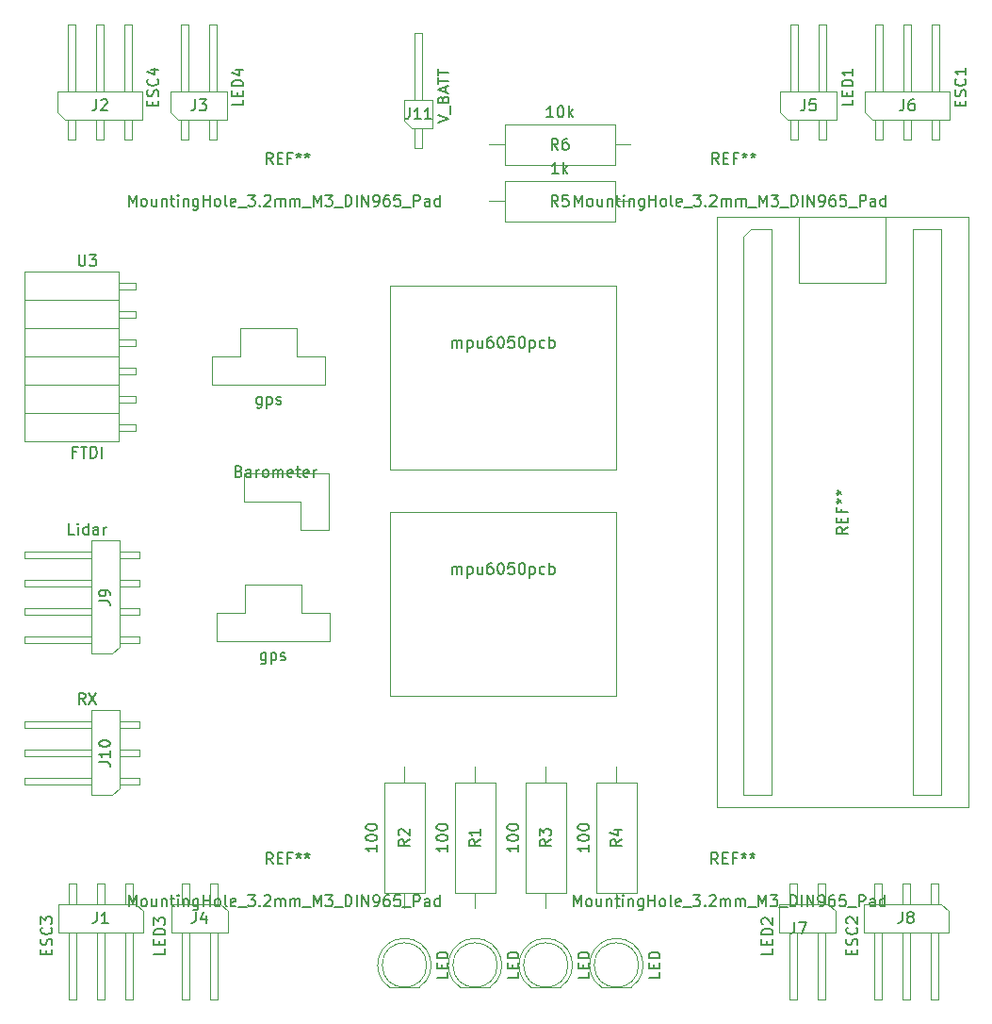
<source format=gbr>
%TF.GenerationSoftware,KiCad,Pcbnew,(5.1.10)-1*%
%TF.CreationDate,2021-12-09T15:29:57+01:00*%
%TF.ProjectId,flight controller,666c6967-6874-4206-936f-6e74726f6c6c,rev?*%
%TF.SameCoordinates,Original*%
%TF.FileFunction,Other,Fab,Top*%
%FSLAX46Y46*%
G04 Gerber Fmt 4.6, Leading zero omitted, Abs format (unit mm)*
G04 Created by KiCad (PCBNEW (5.1.10)-1) date 2021-12-09 15:29:57*
%MOMM*%
%LPD*%
G01*
G04 APERTURE LIST*
%ADD10C,0.120000*%
%ADD11C,0.100000*%
%ADD12C,0.150000*%
G04 APERTURE END LIST*
D10*
%TO.C,U5*%
X124968000Y-90170000D02*
X135128000Y-90170000D01*
X124968000Y-87630000D02*
X124968000Y-90170000D01*
X127508000Y-87630000D02*
X124968000Y-87630000D01*
X127508000Y-85090000D02*
X127508000Y-87630000D01*
X132588000Y-85090000D02*
X127508000Y-85090000D01*
X132588000Y-87630000D02*
X132588000Y-85090000D01*
X135128000Y-87630000D02*
X132588000Y-87630000D01*
X135128000Y-90170000D02*
X135128000Y-87630000D01*
%TO.C,U4*%
X125349000Y-113157000D02*
X135509000Y-113157000D01*
X125349000Y-110617000D02*
X125349000Y-113157000D01*
X127889000Y-110617000D02*
X125349000Y-110617000D01*
X127889000Y-108077000D02*
X127889000Y-110617000D01*
X132969000Y-108077000D02*
X127889000Y-108077000D01*
X132969000Y-110617000D02*
X132969000Y-108077000D01*
X135509000Y-110617000D02*
X132969000Y-110617000D01*
X135509000Y-113157000D02*
X135509000Y-110617000D01*
%TO.C,U6*%
X135445500Y-98107500D02*
X127825500Y-98107500D01*
X135445500Y-103187500D02*
X135445500Y-98107500D01*
X132905500Y-103187500D02*
X135445500Y-103187500D01*
X132905500Y-100647500D02*
X132905500Y-103187500D01*
X127825500Y-100647500D02*
X132905500Y-100647500D01*
X127825500Y-98107500D02*
X127825500Y-100647500D01*
D11*
%TO.C,D1*%
X150590000Y-142240000D02*
G75*
G03*
X150590000Y-142240000I-2000000J0D01*
G01*
X147263350Y-144240000D02*
X149916650Y-144240000D01*
X149916139Y-144240338D02*
G75*
G03*
X147263350Y-144240000I-1326139J2000338D01*
G01*
%TO.C,D2*%
X144240000Y-142240000D02*
G75*
G03*
X144240000Y-142240000I-2000000J0D01*
G01*
X140913350Y-144240000D02*
X143566650Y-144240000D01*
X143566139Y-144240338D02*
G75*
G03*
X140913350Y-144240000I-1326139J2000338D01*
G01*
%TO.C,D3*%
X156940000Y-142240000D02*
G75*
G03*
X156940000Y-142240000I-2000000J0D01*
G01*
X153613350Y-144240000D02*
X156266650Y-144240000D01*
X156266139Y-144240338D02*
G75*
G03*
X153613350Y-144240000I-1326139J2000338D01*
G01*
%TO.C,D4*%
X163290000Y-142240000D02*
G75*
G03*
X163290000Y-142240000I-2000000J0D01*
G01*
X159963350Y-144240000D02*
X162616650Y-144240000D01*
X162616139Y-144240338D02*
G75*
G03*
X159963350Y-144240000I-1326139J2000338D01*
G01*
%TO.C,J1*%
X118745000Y-137390000D02*
X118745000Y-139295000D01*
X118745000Y-139295000D02*
X111125000Y-139295000D01*
X111125000Y-139295000D02*
X111125000Y-136755000D01*
X111125000Y-136755000D02*
X118110000Y-136755000D01*
X118110000Y-136755000D02*
X118745000Y-137390000D01*
X117795000Y-134935000D02*
X117795000Y-136755000D01*
X117795000Y-134935000D02*
X117155000Y-134935000D01*
X117155000Y-134935000D02*
X117155000Y-136755000D01*
X117795000Y-139295000D02*
X117795000Y-145295000D01*
X117795000Y-145295000D02*
X117155000Y-145295000D01*
X117155000Y-139295000D02*
X117155000Y-145295000D01*
X115255000Y-134935000D02*
X115255000Y-136755000D01*
X115255000Y-134935000D02*
X114615000Y-134935000D01*
X114615000Y-134935000D02*
X114615000Y-136755000D01*
X115255000Y-139295000D02*
X115255000Y-145295000D01*
X115255000Y-145295000D02*
X114615000Y-145295000D01*
X114615000Y-139295000D02*
X114615000Y-145295000D01*
X112715000Y-134935000D02*
X112715000Y-136755000D01*
X112715000Y-134935000D02*
X112075000Y-134935000D01*
X112075000Y-134935000D02*
X112075000Y-136755000D01*
X112715000Y-139295000D02*
X112715000Y-145295000D01*
X112715000Y-145295000D02*
X112075000Y-145295000D01*
X112075000Y-139295000D02*
X112075000Y-145295000D01*
%TO.C,J2*%
X111061500Y-65683000D02*
X111061500Y-63778000D01*
X111061500Y-63778000D02*
X118681500Y-63778000D01*
X118681500Y-63778000D02*
X118681500Y-66318000D01*
X118681500Y-66318000D02*
X111696500Y-66318000D01*
X111696500Y-66318000D02*
X111061500Y-65683000D01*
X112011500Y-68138000D02*
X112011500Y-66318000D01*
X112011500Y-68138000D02*
X112651500Y-68138000D01*
X112651500Y-68138000D02*
X112651500Y-66318000D01*
X112011500Y-63778000D02*
X112011500Y-57778000D01*
X112011500Y-57778000D02*
X112651500Y-57778000D01*
X112651500Y-63778000D02*
X112651500Y-57778000D01*
X114551500Y-68138000D02*
X114551500Y-66318000D01*
X114551500Y-68138000D02*
X115191500Y-68138000D01*
X115191500Y-68138000D02*
X115191500Y-66318000D01*
X114551500Y-63778000D02*
X114551500Y-57778000D01*
X114551500Y-57778000D02*
X115191500Y-57778000D01*
X115191500Y-63778000D02*
X115191500Y-57778000D01*
X117091500Y-68138000D02*
X117091500Y-66318000D01*
X117091500Y-68138000D02*
X117731500Y-68138000D01*
X117731500Y-68138000D02*
X117731500Y-66318000D01*
X117091500Y-63778000D02*
X117091500Y-57778000D01*
X117091500Y-57778000D02*
X117731500Y-57778000D01*
X117731500Y-63778000D02*
X117731500Y-57778000D01*
%TO.C,J3*%
X121221500Y-65683000D02*
X121221500Y-63778000D01*
X121221500Y-63778000D02*
X126301500Y-63778000D01*
X126301500Y-63778000D02*
X126301500Y-66318000D01*
X126301500Y-66318000D02*
X121856500Y-66318000D01*
X121856500Y-66318000D02*
X121221500Y-65683000D01*
X122171500Y-68138000D02*
X122171500Y-66318000D01*
X122171500Y-68138000D02*
X122811500Y-68138000D01*
X122811500Y-68138000D02*
X122811500Y-66318000D01*
X122171500Y-63778000D02*
X122171500Y-57778000D01*
X122171500Y-57778000D02*
X122811500Y-57778000D01*
X122811500Y-63778000D02*
X122811500Y-57778000D01*
X124711500Y-68138000D02*
X124711500Y-66318000D01*
X124711500Y-68138000D02*
X125351500Y-68138000D01*
X125351500Y-68138000D02*
X125351500Y-66318000D01*
X124711500Y-63778000D02*
X124711500Y-57778000D01*
X124711500Y-57778000D02*
X125351500Y-57778000D01*
X125351500Y-63778000D02*
X125351500Y-57778000D01*
%TO.C,J4*%
X126365000Y-137390000D02*
X126365000Y-139295000D01*
X126365000Y-139295000D02*
X121285000Y-139295000D01*
X121285000Y-139295000D02*
X121285000Y-136755000D01*
X121285000Y-136755000D02*
X125730000Y-136755000D01*
X125730000Y-136755000D02*
X126365000Y-137390000D01*
X125415000Y-134935000D02*
X125415000Y-136755000D01*
X125415000Y-134935000D02*
X124775000Y-134935000D01*
X124775000Y-134935000D02*
X124775000Y-136755000D01*
X125415000Y-139295000D02*
X125415000Y-145295000D01*
X125415000Y-145295000D02*
X124775000Y-145295000D01*
X124775000Y-139295000D02*
X124775000Y-145295000D01*
X122875000Y-134935000D02*
X122875000Y-136755000D01*
X122875000Y-134935000D02*
X122235000Y-134935000D01*
X122235000Y-134935000D02*
X122235000Y-136755000D01*
X122875000Y-139295000D02*
X122875000Y-145295000D01*
X122875000Y-145295000D02*
X122235000Y-145295000D01*
X122235000Y-139295000D02*
X122235000Y-145295000D01*
%TO.C,J5*%
X176022000Y-65683000D02*
X176022000Y-63778000D01*
X176022000Y-63778000D02*
X181102000Y-63778000D01*
X181102000Y-63778000D02*
X181102000Y-66318000D01*
X181102000Y-66318000D02*
X176657000Y-66318000D01*
X176657000Y-66318000D02*
X176022000Y-65683000D01*
X176972000Y-68138000D02*
X176972000Y-66318000D01*
X176972000Y-68138000D02*
X177612000Y-68138000D01*
X177612000Y-68138000D02*
X177612000Y-66318000D01*
X176972000Y-63778000D02*
X176972000Y-57778000D01*
X176972000Y-57778000D02*
X177612000Y-57778000D01*
X177612000Y-63778000D02*
X177612000Y-57778000D01*
X179512000Y-68138000D02*
X179512000Y-66318000D01*
X179512000Y-68138000D02*
X180152000Y-68138000D01*
X180152000Y-68138000D02*
X180152000Y-66318000D01*
X179512000Y-63778000D02*
X179512000Y-57778000D01*
X179512000Y-57778000D02*
X180152000Y-57778000D01*
X180152000Y-63778000D02*
X180152000Y-57778000D01*
%TO.C,J6*%
X183642000Y-65683000D02*
X183642000Y-63778000D01*
X183642000Y-63778000D02*
X191262000Y-63778000D01*
X191262000Y-63778000D02*
X191262000Y-66318000D01*
X191262000Y-66318000D02*
X184277000Y-66318000D01*
X184277000Y-66318000D02*
X183642000Y-65683000D01*
X184592000Y-68138000D02*
X184592000Y-66318000D01*
X184592000Y-68138000D02*
X185232000Y-68138000D01*
X185232000Y-68138000D02*
X185232000Y-66318000D01*
X184592000Y-63778000D02*
X184592000Y-57778000D01*
X184592000Y-57778000D02*
X185232000Y-57778000D01*
X185232000Y-63778000D02*
X185232000Y-57778000D01*
X187132000Y-68138000D02*
X187132000Y-66318000D01*
X187132000Y-68138000D02*
X187772000Y-68138000D01*
X187772000Y-68138000D02*
X187772000Y-66318000D01*
X187132000Y-63778000D02*
X187132000Y-57778000D01*
X187132000Y-57778000D02*
X187772000Y-57778000D01*
X187772000Y-63778000D02*
X187772000Y-57778000D01*
X189672000Y-68138000D02*
X189672000Y-66318000D01*
X189672000Y-68138000D02*
X190312000Y-68138000D01*
X190312000Y-68138000D02*
X190312000Y-66318000D01*
X189672000Y-63778000D02*
X189672000Y-57778000D01*
X189672000Y-57778000D02*
X190312000Y-57778000D01*
X190312000Y-63778000D02*
X190312000Y-57778000D01*
%TO.C,J7*%
X180975000Y-137390000D02*
X180975000Y-139295000D01*
X180975000Y-139295000D02*
X175895000Y-139295000D01*
X175895000Y-139295000D02*
X175895000Y-136755000D01*
X175895000Y-136755000D02*
X180340000Y-136755000D01*
X180340000Y-136755000D02*
X180975000Y-137390000D01*
X180025000Y-134935000D02*
X180025000Y-136755000D01*
X180025000Y-134935000D02*
X179385000Y-134935000D01*
X179385000Y-134935000D02*
X179385000Y-136755000D01*
X180025000Y-139295000D02*
X180025000Y-145295000D01*
X180025000Y-145295000D02*
X179385000Y-145295000D01*
X179385000Y-139295000D02*
X179385000Y-145295000D01*
X177485000Y-134935000D02*
X177485000Y-136755000D01*
X177485000Y-134935000D02*
X176845000Y-134935000D01*
X176845000Y-134935000D02*
X176845000Y-136755000D01*
X177485000Y-139295000D02*
X177485000Y-145295000D01*
X177485000Y-145295000D02*
X176845000Y-145295000D01*
X176845000Y-139295000D02*
X176845000Y-145295000D01*
%TO.C,J8*%
X191135000Y-137390000D02*
X191135000Y-139295000D01*
X191135000Y-139295000D02*
X183515000Y-139295000D01*
X183515000Y-139295000D02*
X183515000Y-136755000D01*
X183515000Y-136755000D02*
X190500000Y-136755000D01*
X190500000Y-136755000D02*
X191135000Y-137390000D01*
X190185000Y-134935000D02*
X190185000Y-136755000D01*
X190185000Y-134935000D02*
X189545000Y-134935000D01*
X189545000Y-134935000D02*
X189545000Y-136755000D01*
X190185000Y-139295000D02*
X190185000Y-145295000D01*
X190185000Y-145295000D02*
X189545000Y-145295000D01*
X189545000Y-139295000D02*
X189545000Y-145295000D01*
X187645000Y-134935000D02*
X187645000Y-136755000D01*
X187645000Y-134935000D02*
X187005000Y-134935000D01*
X187005000Y-134935000D02*
X187005000Y-136755000D01*
X187645000Y-139295000D02*
X187645000Y-145295000D01*
X187645000Y-145295000D02*
X187005000Y-145295000D01*
X187005000Y-139295000D02*
X187005000Y-145295000D01*
X185105000Y-134935000D02*
X185105000Y-136755000D01*
X185105000Y-134935000D02*
X184465000Y-134935000D01*
X184465000Y-134935000D02*
X184465000Y-136755000D01*
X185105000Y-139295000D02*
X185105000Y-145295000D01*
X185105000Y-145295000D02*
X184465000Y-145295000D01*
X184465000Y-139295000D02*
X184465000Y-145295000D01*
%TO.C,J9*%
X115975000Y-114300000D02*
X114070000Y-114300000D01*
X114070000Y-114300000D02*
X114070000Y-104140000D01*
X114070000Y-104140000D02*
X116610000Y-104140000D01*
X116610000Y-104140000D02*
X116610000Y-113665000D01*
X116610000Y-113665000D02*
X115975000Y-114300000D01*
X118430000Y-113350000D02*
X116610000Y-113350000D01*
X118430000Y-113350000D02*
X118430000Y-112710000D01*
X118430000Y-112710000D02*
X116610000Y-112710000D01*
X114070000Y-113350000D02*
X108070000Y-113350000D01*
X108070000Y-113350000D02*
X108070000Y-112710000D01*
X114070000Y-112710000D02*
X108070000Y-112710000D01*
X118430000Y-110810000D02*
X116610000Y-110810000D01*
X118430000Y-110810000D02*
X118430000Y-110170000D01*
X118430000Y-110170000D02*
X116610000Y-110170000D01*
X114070000Y-110810000D02*
X108070000Y-110810000D01*
X108070000Y-110810000D02*
X108070000Y-110170000D01*
X114070000Y-110170000D02*
X108070000Y-110170000D01*
X118430000Y-108270000D02*
X116610000Y-108270000D01*
X118430000Y-108270000D02*
X118430000Y-107630000D01*
X118430000Y-107630000D02*
X116610000Y-107630000D01*
X114070000Y-108270000D02*
X108070000Y-108270000D01*
X108070000Y-108270000D02*
X108070000Y-107630000D01*
X114070000Y-107630000D02*
X108070000Y-107630000D01*
X118430000Y-105730000D02*
X116610000Y-105730000D01*
X118430000Y-105730000D02*
X118430000Y-105090000D01*
X118430000Y-105090000D02*
X116610000Y-105090000D01*
X114070000Y-105730000D02*
X108070000Y-105730000D01*
X108070000Y-105730000D02*
X108070000Y-105090000D01*
X114070000Y-105090000D02*
X108070000Y-105090000D01*
%TO.C,J10*%
X115975000Y-127000000D02*
X114070000Y-127000000D01*
X114070000Y-127000000D02*
X114070000Y-119380000D01*
X114070000Y-119380000D02*
X116610000Y-119380000D01*
X116610000Y-119380000D02*
X116610000Y-126365000D01*
X116610000Y-126365000D02*
X115975000Y-127000000D01*
X118430000Y-126050000D02*
X116610000Y-126050000D01*
X118430000Y-126050000D02*
X118430000Y-125410000D01*
X118430000Y-125410000D02*
X116610000Y-125410000D01*
X114070000Y-126050000D02*
X108070000Y-126050000D01*
X108070000Y-126050000D02*
X108070000Y-125410000D01*
X114070000Y-125410000D02*
X108070000Y-125410000D01*
X118430000Y-123510000D02*
X116610000Y-123510000D01*
X118430000Y-123510000D02*
X118430000Y-122870000D01*
X118430000Y-122870000D02*
X116610000Y-122870000D01*
X114070000Y-123510000D02*
X108070000Y-123510000D01*
X108070000Y-123510000D02*
X108070000Y-122870000D01*
X114070000Y-122870000D02*
X108070000Y-122870000D01*
X118430000Y-120970000D02*
X116610000Y-120970000D01*
X118430000Y-120970000D02*
X118430000Y-120330000D01*
X118430000Y-120330000D02*
X116610000Y-120330000D01*
X114070000Y-120970000D02*
X108070000Y-120970000D01*
X108070000Y-120970000D02*
X108070000Y-120330000D01*
X114070000Y-120330000D02*
X108070000Y-120330000D01*
%TO.C,J11*%
X142240000Y-66445000D02*
X142240000Y-64540000D01*
X142240000Y-64540000D02*
X144780000Y-64540000D01*
X144780000Y-64540000D02*
X144780000Y-67080000D01*
X144780000Y-67080000D02*
X142875000Y-67080000D01*
X142875000Y-67080000D02*
X142240000Y-66445000D01*
X143190000Y-68900000D02*
X143190000Y-67080000D01*
X143190000Y-68900000D02*
X143830000Y-68900000D01*
X143830000Y-68900000D02*
X143830000Y-67080000D01*
X143190000Y-64540000D02*
X143190000Y-58540000D01*
X143190000Y-58540000D02*
X143830000Y-58540000D01*
X143830000Y-64540000D02*
X143830000Y-58540000D01*
%TO.C,R1*%
X150390000Y-125860000D02*
X146790000Y-125860000D01*
X146790000Y-125860000D02*
X146790000Y-135760000D01*
X146790000Y-135760000D02*
X150390000Y-135760000D01*
X150390000Y-135760000D02*
X150390000Y-125860000D01*
X148590000Y-124460000D02*
X148590000Y-125860000D01*
X148590000Y-137160000D02*
X148590000Y-135760000D01*
%TO.C,R2*%
X144040000Y-125860000D02*
X140440000Y-125860000D01*
X140440000Y-125860000D02*
X140440000Y-135760000D01*
X140440000Y-135760000D02*
X144040000Y-135760000D01*
X144040000Y-135760000D02*
X144040000Y-125860000D01*
X142240000Y-124460000D02*
X142240000Y-125860000D01*
X142240000Y-137160000D02*
X142240000Y-135760000D01*
%TO.C,R3*%
X156740000Y-125860000D02*
X153140000Y-125860000D01*
X153140000Y-125860000D02*
X153140000Y-135760000D01*
X153140000Y-135760000D02*
X156740000Y-135760000D01*
X156740000Y-135760000D02*
X156740000Y-125860000D01*
X154940000Y-124460000D02*
X154940000Y-125860000D01*
X154940000Y-137160000D02*
X154940000Y-135760000D01*
%TO.C,R4*%
X163090000Y-125860000D02*
X159490000Y-125860000D01*
X159490000Y-125860000D02*
X159490000Y-135760000D01*
X159490000Y-135760000D02*
X163090000Y-135760000D01*
X163090000Y-135760000D02*
X163090000Y-125860000D01*
X161290000Y-124460000D02*
X161290000Y-125860000D01*
X161290000Y-137160000D02*
X161290000Y-135760000D01*
%TO.C,R5*%
X161160000Y-75460000D02*
X161160000Y-71860000D01*
X161160000Y-71860000D02*
X151260000Y-71860000D01*
X151260000Y-71860000D02*
X151260000Y-75460000D01*
X151260000Y-75460000D02*
X161160000Y-75460000D01*
X162560000Y-73660000D02*
X161160000Y-73660000D01*
X149860000Y-73660000D02*
X151260000Y-73660000D01*
%TO.C,R6*%
X161160000Y-70380000D02*
X161160000Y-66780000D01*
X161160000Y-66780000D02*
X151260000Y-66780000D01*
X151260000Y-66780000D02*
X151260000Y-70380000D01*
X151260000Y-70380000D02*
X161160000Y-70380000D01*
X162560000Y-68580000D02*
X161160000Y-68580000D01*
X149860000Y-68580000D02*
X151260000Y-68580000D01*
D10*
%TO.C,U1*%
X170310000Y-75100000D02*
X192910000Y-75100000D01*
X170310000Y-128100000D02*
X170310000Y-75150000D01*
X170310000Y-128100000D02*
X192910000Y-128100000D01*
X192910000Y-75100000D02*
X192910000Y-128100000D01*
D11*
X177710000Y-80950000D02*
X185510000Y-80950000D01*
X177710000Y-80950000D02*
X177710000Y-75150000D01*
X185510000Y-80950000D02*
X185510000Y-75150000D01*
X172720000Y-76835000D02*
X173355000Y-76200000D01*
X173355000Y-76200000D02*
X175260000Y-76200000D01*
X175260000Y-76200000D02*
X175260000Y-127000000D01*
X175260000Y-127000000D02*
X172720000Y-127000000D01*
X172720000Y-127000000D02*
X172720000Y-76835000D01*
X187960000Y-76200000D02*
X190500000Y-76200000D01*
X190500000Y-76200000D02*
X190500000Y-127000000D01*
X190500000Y-127000000D02*
X187960000Y-127000000D01*
X187960000Y-127000000D02*
X187960000Y-76200000D01*
D10*
%TO.C,U2*%
X161290000Y-97790000D02*
X161290000Y-81280000D01*
X140970000Y-97790000D02*
X161290000Y-97790000D01*
X140970000Y-81280000D02*
X140970000Y-97790000D01*
X161290000Y-81280000D02*
X140970000Y-81280000D01*
D11*
%TO.C,U3*%
X116590000Y-80010000D02*
X116590000Y-82550000D01*
X116590000Y-82550000D02*
X108080000Y-82550000D01*
X108080000Y-82550000D02*
X108080000Y-80010000D01*
X108080000Y-80010000D02*
X116590000Y-80010000D01*
X118110000Y-80960000D02*
X118110000Y-81600000D01*
X118110000Y-81600000D02*
X116590000Y-81600000D01*
X116590000Y-81600000D02*
X116590000Y-80960000D01*
X116590000Y-80960000D02*
X118110000Y-80960000D01*
X116590000Y-82550000D02*
X116590000Y-85090000D01*
X116590000Y-85090000D02*
X108080000Y-85090000D01*
X108080000Y-85090000D02*
X108080000Y-82550000D01*
X108080000Y-82550000D02*
X116590000Y-82550000D01*
X118110000Y-83500000D02*
X118110000Y-84140000D01*
X118110000Y-84140000D02*
X116590000Y-84140000D01*
X116590000Y-84140000D02*
X116590000Y-83500000D01*
X116590000Y-83500000D02*
X118110000Y-83500000D01*
X116590000Y-85090000D02*
X116590000Y-87630000D01*
X116590000Y-87630000D02*
X108080000Y-87630000D01*
X108080000Y-87630000D02*
X108080000Y-85090000D01*
X108080000Y-85090000D02*
X116590000Y-85090000D01*
X118110000Y-86040000D02*
X118110000Y-86680000D01*
X118110000Y-86680000D02*
X116590000Y-86680000D01*
X116590000Y-86680000D02*
X116590000Y-86040000D01*
X116590000Y-86040000D02*
X118110000Y-86040000D01*
X116590000Y-87630000D02*
X116590000Y-90170000D01*
X116590000Y-90170000D02*
X108080000Y-90170000D01*
X108080000Y-90170000D02*
X108080000Y-87630000D01*
X108080000Y-87630000D02*
X116590000Y-87630000D01*
X118110000Y-88580000D02*
X118110000Y-89220000D01*
X118110000Y-89220000D02*
X116590000Y-89220000D01*
X116590000Y-89220000D02*
X116590000Y-88580000D01*
X116590000Y-88580000D02*
X118110000Y-88580000D01*
X116590000Y-90170000D02*
X116590000Y-92710000D01*
X116590000Y-92710000D02*
X108080000Y-92710000D01*
X108080000Y-92710000D02*
X108080000Y-90170000D01*
X108080000Y-90170000D02*
X116590000Y-90170000D01*
X118110000Y-91120000D02*
X118110000Y-91760000D01*
X118110000Y-91760000D02*
X116590000Y-91760000D01*
X116590000Y-91760000D02*
X116590000Y-91120000D01*
X116590000Y-91120000D02*
X118110000Y-91120000D01*
X116590000Y-92710000D02*
X116590000Y-95250000D01*
X116590000Y-95250000D02*
X108080000Y-95250000D01*
X108080000Y-95250000D02*
X108080000Y-92710000D01*
X108080000Y-92710000D02*
X116590000Y-92710000D01*
X118110000Y-93660000D02*
X118110000Y-94300000D01*
X118110000Y-94300000D02*
X116590000Y-94300000D01*
X116590000Y-94300000D02*
X116590000Y-93660000D01*
X116590000Y-93660000D02*
X118110000Y-93660000D01*
D10*
%TO.C,U7*%
X161290000Y-118110000D02*
X161290000Y-101600000D01*
X140970000Y-118110000D02*
X161290000Y-118110000D01*
X140970000Y-101600000D02*
X140970000Y-118110000D01*
X161290000Y-101600000D02*
X140970000Y-101600000D01*
%TD*%
%TO.C,U5*%
D12*
X129405142Y-91225714D02*
X129405142Y-92035238D01*
X129357523Y-92130476D01*
X129309904Y-92178095D01*
X129214666Y-92225714D01*
X129071809Y-92225714D01*
X128976571Y-92178095D01*
X129405142Y-91844761D02*
X129309904Y-91892380D01*
X129119428Y-91892380D01*
X129024190Y-91844761D01*
X128976571Y-91797142D01*
X128928952Y-91701904D01*
X128928952Y-91416190D01*
X128976571Y-91320952D01*
X129024190Y-91273333D01*
X129119428Y-91225714D01*
X129309904Y-91225714D01*
X129405142Y-91273333D01*
X129881333Y-91225714D02*
X129881333Y-92225714D01*
X129881333Y-91273333D02*
X129976571Y-91225714D01*
X130167047Y-91225714D01*
X130262285Y-91273333D01*
X130309904Y-91320952D01*
X130357523Y-91416190D01*
X130357523Y-91701904D01*
X130309904Y-91797142D01*
X130262285Y-91844761D01*
X130167047Y-91892380D01*
X129976571Y-91892380D01*
X129881333Y-91844761D01*
X130738476Y-91844761D02*
X130833714Y-91892380D01*
X131024190Y-91892380D01*
X131119428Y-91844761D01*
X131167047Y-91749523D01*
X131167047Y-91701904D01*
X131119428Y-91606666D01*
X131024190Y-91559047D01*
X130881333Y-91559047D01*
X130786095Y-91511428D01*
X130738476Y-91416190D01*
X130738476Y-91368571D01*
X130786095Y-91273333D01*
X130881333Y-91225714D01*
X131024190Y-91225714D01*
X131119428Y-91273333D01*
%TO.C,U4*%
X129786142Y-114212714D02*
X129786142Y-115022238D01*
X129738523Y-115117476D01*
X129690904Y-115165095D01*
X129595666Y-115212714D01*
X129452809Y-115212714D01*
X129357571Y-115165095D01*
X129786142Y-114831761D02*
X129690904Y-114879380D01*
X129500428Y-114879380D01*
X129405190Y-114831761D01*
X129357571Y-114784142D01*
X129309952Y-114688904D01*
X129309952Y-114403190D01*
X129357571Y-114307952D01*
X129405190Y-114260333D01*
X129500428Y-114212714D01*
X129690904Y-114212714D01*
X129786142Y-114260333D01*
X130262333Y-114212714D02*
X130262333Y-115212714D01*
X130262333Y-114260333D02*
X130357571Y-114212714D01*
X130548047Y-114212714D01*
X130643285Y-114260333D01*
X130690904Y-114307952D01*
X130738523Y-114403190D01*
X130738523Y-114688904D01*
X130690904Y-114784142D01*
X130643285Y-114831761D01*
X130548047Y-114879380D01*
X130357571Y-114879380D01*
X130262333Y-114831761D01*
X131119476Y-114831761D02*
X131214714Y-114879380D01*
X131405190Y-114879380D01*
X131500428Y-114831761D01*
X131548047Y-114736523D01*
X131548047Y-114688904D01*
X131500428Y-114593666D01*
X131405190Y-114546047D01*
X131262333Y-114546047D01*
X131167095Y-114498428D01*
X131119476Y-114403190D01*
X131119476Y-114355571D01*
X131167095Y-114260333D01*
X131262333Y-114212714D01*
X131405190Y-114212714D01*
X131500428Y-114260333D01*
%TO.C,REF\u002A\u002A*%
X157473809Y-136967380D02*
X157473809Y-135967380D01*
X157807142Y-136681666D01*
X158140476Y-135967380D01*
X158140476Y-136967380D01*
X158759523Y-136967380D02*
X158664285Y-136919761D01*
X158616666Y-136872142D01*
X158569047Y-136776904D01*
X158569047Y-136491190D01*
X158616666Y-136395952D01*
X158664285Y-136348333D01*
X158759523Y-136300714D01*
X158902380Y-136300714D01*
X158997619Y-136348333D01*
X159045238Y-136395952D01*
X159092857Y-136491190D01*
X159092857Y-136776904D01*
X159045238Y-136872142D01*
X158997619Y-136919761D01*
X158902380Y-136967380D01*
X158759523Y-136967380D01*
X159950000Y-136300714D02*
X159950000Y-136967380D01*
X159521428Y-136300714D02*
X159521428Y-136824523D01*
X159569047Y-136919761D01*
X159664285Y-136967380D01*
X159807142Y-136967380D01*
X159902380Y-136919761D01*
X159950000Y-136872142D01*
X160426190Y-136300714D02*
X160426190Y-136967380D01*
X160426190Y-136395952D02*
X160473809Y-136348333D01*
X160569047Y-136300714D01*
X160711904Y-136300714D01*
X160807142Y-136348333D01*
X160854761Y-136443571D01*
X160854761Y-136967380D01*
X161188095Y-136300714D02*
X161569047Y-136300714D01*
X161330952Y-135967380D02*
X161330952Y-136824523D01*
X161378571Y-136919761D01*
X161473809Y-136967380D01*
X161569047Y-136967380D01*
X161902380Y-136967380D02*
X161902380Y-136300714D01*
X161902380Y-135967380D02*
X161854761Y-136015000D01*
X161902380Y-136062619D01*
X161950000Y-136015000D01*
X161902380Y-135967380D01*
X161902380Y-136062619D01*
X162378571Y-136300714D02*
X162378571Y-136967380D01*
X162378571Y-136395952D02*
X162426190Y-136348333D01*
X162521428Y-136300714D01*
X162664285Y-136300714D01*
X162759523Y-136348333D01*
X162807142Y-136443571D01*
X162807142Y-136967380D01*
X163711904Y-136300714D02*
X163711904Y-137110238D01*
X163664285Y-137205476D01*
X163616666Y-137253095D01*
X163521428Y-137300714D01*
X163378571Y-137300714D01*
X163283333Y-137253095D01*
X163711904Y-136919761D02*
X163616666Y-136967380D01*
X163426190Y-136967380D01*
X163330952Y-136919761D01*
X163283333Y-136872142D01*
X163235714Y-136776904D01*
X163235714Y-136491190D01*
X163283333Y-136395952D01*
X163330952Y-136348333D01*
X163426190Y-136300714D01*
X163616666Y-136300714D01*
X163711904Y-136348333D01*
X164188095Y-136967380D02*
X164188095Y-135967380D01*
X164188095Y-136443571D02*
X164759523Y-136443571D01*
X164759523Y-136967380D02*
X164759523Y-135967380D01*
X165378571Y-136967380D02*
X165283333Y-136919761D01*
X165235714Y-136872142D01*
X165188095Y-136776904D01*
X165188095Y-136491190D01*
X165235714Y-136395952D01*
X165283333Y-136348333D01*
X165378571Y-136300714D01*
X165521428Y-136300714D01*
X165616666Y-136348333D01*
X165664285Y-136395952D01*
X165711904Y-136491190D01*
X165711904Y-136776904D01*
X165664285Y-136872142D01*
X165616666Y-136919761D01*
X165521428Y-136967380D01*
X165378571Y-136967380D01*
X166283333Y-136967380D02*
X166188095Y-136919761D01*
X166140476Y-136824523D01*
X166140476Y-135967380D01*
X167045238Y-136919761D02*
X166950000Y-136967380D01*
X166759523Y-136967380D01*
X166664285Y-136919761D01*
X166616666Y-136824523D01*
X166616666Y-136443571D01*
X166664285Y-136348333D01*
X166759523Y-136300714D01*
X166950000Y-136300714D01*
X167045238Y-136348333D01*
X167092857Y-136443571D01*
X167092857Y-136538809D01*
X166616666Y-136634047D01*
X167283333Y-137062619D02*
X168045238Y-137062619D01*
X168188095Y-135967380D02*
X168807142Y-135967380D01*
X168473809Y-136348333D01*
X168616666Y-136348333D01*
X168711904Y-136395952D01*
X168759523Y-136443571D01*
X168807142Y-136538809D01*
X168807142Y-136776904D01*
X168759523Y-136872142D01*
X168711904Y-136919761D01*
X168616666Y-136967380D01*
X168330952Y-136967380D01*
X168235714Y-136919761D01*
X168188095Y-136872142D01*
X169235714Y-136872142D02*
X169283333Y-136919761D01*
X169235714Y-136967380D01*
X169188095Y-136919761D01*
X169235714Y-136872142D01*
X169235714Y-136967380D01*
X169664285Y-136062619D02*
X169711904Y-136015000D01*
X169807142Y-135967380D01*
X170045238Y-135967380D01*
X170140476Y-136015000D01*
X170188095Y-136062619D01*
X170235714Y-136157857D01*
X170235714Y-136253095D01*
X170188095Y-136395952D01*
X169616666Y-136967380D01*
X170235714Y-136967380D01*
X170664285Y-136967380D02*
X170664285Y-136300714D01*
X170664285Y-136395952D02*
X170711904Y-136348333D01*
X170807142Y-136300714D01*
X170950000Y-136300714D01*
X171045238Y-136348333D01*
X171092857Y-136443571D01*
X171092857Y-136967380D01*
X171092857Y-136443571D02*
X171140476Y-136348333D01*
X171235714Y-136300714D01*
X171378571Y-136300714D01*
X171473809Y-136348333D01*
X171521428Y-136443571D01*
X171521428Y-136967380D01*
X171997619Y-136967380D02*
X171997619Y-136300714D01*
X171997619Y-136395952D02*
X172045238Y-136348333D01*
X172140476Y-136300714D01*
X172283333Y-136300714D01*
X172378571Y-136348333D01*
X172426190Y-136443571D01*
X172426190Y-136967380D01*
X172426190Y-136443571D02*
X172473809Y-136348333D01*
X172569047Y-136300714D01*
X172711904Y-136300714D01*
X172807142Y-136348333D01*
X172854761Y-136443571D01*
X172854761Y-136967380D01*
X173092857Y-137062619D02*
X173854761Y-137062619D01*
X174092857Y-136967380D02*
X174092857Y-135967380D01*
X174426190Y-136681666D01*
X174759523Y-135967380D01*
X174759523Y-136967380D01*
X175140476Y-135967380D02*
X175759523Y-135967380D01*
X175426190Y-136348333D01*
X175569047Y-136348333D01*
X175664285Y-136395952D01*
X175711904Y-136443571D01*
X175759523Y-136538809D01*
X175759523Y-136776904D01*
X175711904Y-136872142D01*
X175664285Y-136919761D01*
X175569047Y-136967380D01*
X175283333Y-136967380D01*
X175188095Y-136919761D01*
X175140476Y-136872142D01*
X175950000Y-137062619D02*
X176711904Y-137062619D01*
X176950000Y-136967380D02*
X176950000Y-135967380D01*
X177188095Y-135967380D01*
X177330952Y-136015000D01*
X177426190Y-136110238D01*
X177473809Y-136205476D01*
X177521428Y-136395952D01*
X177521428Y-136538809D01*
X177473809Y-136729285D01*
X177426190Y-136824523D01*
X177330952Y-136919761D01*
X177188095Y-136967380D01*
X176950000Y-136967380D01*
X177950000Y-136967380D02*
X177950000Y-135967380D01*
X178426190Y-136967380D02*
X178426190Y-135967380D01*
X178997619Y-136967380D01*
X178997619Y-135967380D01*
X179521428Y-136967380D02*
X179711904Y-136967380D01*
X179807142Y-136919761D01*
X179854761Y-136872142D01*
X179950000Y-136729285D01*
X179997619Y-136538809D01*
X179997619Y-136157857D01*
X179950000Y-136062619D01*
X179902380Y-136015000D01*
X179807142Y-135967380D01*
X179616666Y-135967380D01*
X179521428Y-136015000D01*
X179473809Y-136062619D01*
X179426190Y-136157857D01*
X179426190Y-136395952D01*
X179473809Y-136491190D01*
X179521428Y-136538809D01*
X179616666Y-136586428D01*
X179807142Y-136586428D01*
X179902380Y-136538809D01*
X179950000Y-136491190D01*
X179997619Y-136395952D01*
X180854761Y-135967380D02*
X180664285Y-135967380D01*
X180569047Y-136015000D01*
X180521428Y-136062619D01*
X180426190Y-136205476D01*
X180378571Y-136395952D01*
X180378571Y-136776904D01*
X180426190Y-136872142D01*
X180473809Y-136919761D01*
X180569047Y-136967380D01*
X180759523Y-136967380D01*
X180854761Y-136919761D01*
X180902380Y-136872142D01*
X180950000Y-136776904D01*
X180950000Y-136538809D01*
X180902380Y-136443571D01*
X180854761Y-136395952D01*
X180759523Y-136348333D01*
X180569047Y-136348333D01*
X180473809Y-136395952D01*
X180426190Y-136443571D01*
X180378571Y-136538809D01*
X181854761Y-135967380D02*
X181378571Y-135967380D01*
X181330952Y-136443571D01*
X181378571Y-136395952D01*
X181473809Y-136348333D01*
X181711904Y-136348333D01*
X181807142Y-136395952D01*
X181854761Y-136443571D01*
X181902380Y-136538809D01*
X181902380Y-136776904D01*
X181854761Y-136872142D01*
X181807142Y-136919761D01*
X181711904Y-136967380D01*
X181473809Y-136967380D01*
X181378571Y-136919761D01*
X181330952Y-136872142D01*
X182092857Y-137062619D02*
X182854761Y-137062619D01*
X183092857Y-136967380D02*
X183092857Y-135967380D01*
X183473809Y-135967380D01*
X183569047Y-136015000D01*
X183616666Y-136062619D01*
X183664285Y-136157857D01*
X183664285Y-136300714D01*
X183616666Y-136395952D01*
X183569047Y-136443571D01*
X183473809Y-136491190D01*
X183092857Y-136491190D01*
X184521428Y-136967380D02*
X184521428Y-136443571D01*
X184473809Y-136348333D01*
X184378571Y-136300714D01*
X184188095Y-136300714D01*
X184092857Y-136348333D01*
X184521428Y-136919761D02*
X184426190Y-136967380D01*
X184188095Y-136967380D01*
X184092857Y-136919761D01*
X184045238Y-136824523D01*
X184045238Y-136729285D01*
X184092857Y-136634047D01*
X184188095Y-136586428D01*
X184426190Y-136586428D01*
X184521428Y-136538809D01*
X185426190Y-136967380D02*
X185426190Y-135967380D01*
X185426190Y-136919761D02*
X185330952Y-136967380D01*
X185140476Y-136967380D01*
X185045238Y-136919761D01*
X184997619Y-136872142D01*
X184950000Y-136776904D01*
X184950000Y-136491190D01*
X184997619Y-136395952D01*
X185045238Y-136348333D01*
X185140476Y-136300714D01*
X185330952Y-136300714D01*
X185426190Y-136348333D01*
X170416666Y-133167380D02*
X170083333Y-132691190D01*
X169845238Y-133167380D02*
X169845238Y-132167380D01*
X170226190Y-132167380D01*
X170321428Y-132215000D01*
X170369047Y-132262619D01*
X170416666Y-132357857D01*
X170416666Y-132500714D01*
X170369047Y-132595952D01*
X170321428Y-132643571D01*
X170226190Y-132691190D01*
X169845238Y-132691190D01*
X170845238Y-132643571D02*
X171178571Y-132643571D01*
X171321428Y-133167380D02*
X170845238Y-133167380D01*
X170845238Y-132167380D01*
X171321428Y-132167380D01*
X172083333Y-132643571D02*
X171750000Y-132643571D01*
X171750000Y-133167380D02*
X171750000Y-132167380D01*
X172226190Y-132167380D01*
X172750000Y-132167380D02*
X172750000Y-132405476D01*
X172511904Y-132310238D02*
X172750000Y-132405476D01*
X172988095Y-132310238D01*
X172607142Y-132595952D02*
X172750000Y-132405476D01*
X172892857Y-132595952D01*
X173511904Y-132167380D02*
X173511904Y-132405476D01*
X173273809Y-132310238D02*
X173511904Y-132405476D01*
X173750000Y-132310238D01*
X173369047Y-132595952D02*
X173511904Y-132405476D01*
X173654761Y-132595952D01*
X117468809Y-136967380D02*
X117468809Y-135967380D01*
X117802142Y-136681666D01*
X118135476Y-135967380D01*
X118135476Y-136967380D01*
X118754523Y-136967380D02*
X118659285Y-136919761D01*
X118611666Y-136872142D01*
X118564047Y-136776904D01*
X118564047Y-136491190D01*
X118611666Y-136395952D01*
X118659285Y-136348333D01*
X118754523Y-136300714D01*
X118897380Y-136300714D01*
X118992619Y-136348333D01*
X119040238Y-136395952D01*
X119087857Y-136491190D01*
X119087857Y-136776904D01*
X119040238Y-136872142D01*
X118992619Y-136919761D01*
X118897380Y-136967380D01*
X118754523Y-136967380D01*
X119945000Y-136300714D02*
X119945000Y-136967380D01*
X119516428Y-136300714D02*
X119516428Y-136824523D01*
X119564047Y-136919761D01*
X119659285Y-136967380D01*
X119802142Y-136967380D01*
X119897380Y-136919761D01*
X119945000Y-136872142D01*
X120421190Y-136300714D02*
X120421190Y-136967380D01*
X120421190Y-136395952D02*
X120468809Y-136348333D01*
X120564047Y-136300714D01*
X120706904Y-136300714D01*
X120802142Y-136348333D01*
X120849761Y-136443571D01*
X120849761Y-136967380D01*
X121183095Y-136300714D02*
X121564047Y-136300714D01*
X121325952Y-135967380D02*
X121325952Y-136824523D01*
X121373571Y-136919761D01*
X121468809Y-136967380D01*
X121564047Y-136967380D01*
X121897380Y-136967380D02*
X121897380Y-136300714D01*
X121897380Y-135967380D02*
X121849761Y-136015000D01*
X121897380Y-136062619D01*
X121945000Y-136015000D01*
X121897380Y-135967380D01*
X121897380Y-136062619D01*
X122373571Y-136300714D02*
X122373571Y-136967380D01*
X122373571Y-136395952D02*
X122421190Y-136348333D01*
X122516428Y-136300714D01*
X122659285Y-136300714D01*
X122754523Y-136348333D01*
X122802142Y-136443571D01*
X122802142Y-136967380D01*
X123706904Y-136300714D02*
X123706904Y-137110238D01*
X123659285Y-137205476D01*
X123611666Y-137253095D01*
X123516428Y-137300714D01*
X123373571Y-137300714D01*
X123278333Y-137253095D01*
X123706904Y-136919761D02*
X123611666Y-136967380D01*
X123421190Y-136967380D01*
X123325952Y-136919761D01*
X123278333Y-136872142D01*
X123230714Y-136776904D01*
X123230714Y-136491190D01*
X123278333Y-136395952D01*
X123325952Y-136348333D01*
X123421190Y-136300714D01*
X123611666Y-136300714D01*
X123706904Y-136348333D01*
X124183095Y-136967380D02*
X124183095Y-135967380D01*
X124183095Y-136443571D02*
X124754523Y-136443571D01*
X124754523Y-136967380D02*
X124754523Y-135967380D01*
X125373571Y-136967380D02*
X125278333Y-136919761D01*
X125230714Y-136872142D01*
X125183095Y-136776904D01*
X125183095Y-136491190D01*
X125230714Y-136395952D01*
X125278333Y-136348333D01*
X125373571Y-136300714D01*
X125516428Y-136300714D01*
X125611666Y-136348333D01*
X125659285Y-136395952D01*
X125706904Y-136491190D01*
X125706904Y-136776904D01*
X125659285Y-136872142D01*
X125611666Y-136919761D01*
X125516428Y-136967380D01*
X125373571Y-136967380D01*
X126278333Y-136967380D02*
X126183095Y-136919761D01*
X126135476Y-136824523D01*
X126135476Y-135967380D01*
X127040238Y-136919761D02*
X126945000Y-136967380D01*
X126754523Y-136967380D01*
X126659285Y-136919761D01*
X126611666Y-136824523D01*
X126611666Y-136443571D01*
X126659285Y-136348333D01*
X126754523Y-136300714D01*
X126945000Y-136300714D01*
X127040238Y-136348333D01*
X127087857Y-136443571D01*
X127087857Y-136538809D01*
X126611666Y-136634047D01*
X127278333Y-137062619D02*
X128040238Y-137062619D01*
X128183095Y-135967380D02*
X128802142Y-135967380D01*
X128468809Y-136348333D01*
X128611666Y-136348333D01*
X128706904Y-136395952D01*
X128754523Y-136443571D01*
X128802142Y-136538809D01*
X128802142Y-136776904D01*
X128754523Y-136872142D01*
X128706904Y-136919761D01*
X128611666Y-136967380D01*
X128325952Y-136967380D01*
X128230714Y-136919761D01*
X128183095Y-136872142D01*
X129230714Y-136872142D02*
X129278333Y-136919761D01*
X129230714Y-136967380D01*
X129183095Y-136919761D01*
X129230714Y-136872142D01*
X129230714Y-136967380D01*
X129659285Y-136062619D02*
X129706904Y-136015000D01*
X129802142Y-135967380D01*
X130040238Y-135967380D01*
X130135476Y-136015000D01*
X130183095Y-136062619D01*
X130230714Y-136157857D01*
X130230714Y-136253095D01*
X130183095Y-136395952D01*
X129611666Y-136967380D01*
X130230714Y-136967380D01*
X130659285Y-136967380D02*
X130659285Y-136300714D01*
X130659285Y-136395952D02*
X130706904Y-136348333D01*
X130802142Y-136300714D01*
X130945000Y-136300714D01*
X131040238Y-136348333D01*
X131087857Y-136443571D01*
X131087857Y-136967380D01*
X131087857Y-136443571D02*
X131135476Y-136348333D01*
X131230714Y-136300714D01*
X131373571Y-136300714D01*
X131468809Y-136348333D01*
X131516428Y-136443571D01*
X131516428Y-136967380D01*
X131992619Y-136967380D02*
X131992619Y-136300714D01*
X131992619Y-136395952D02*
X132040238Y-136348333D01*
X132135476Y-136300714D01*
X132278333Y-136300714D01*
X132373571Y-136348333D01*
X132421190Y-136443571D01*
X132421190Y-136967380D01*
X132421190Y-136443571D02*
X132468809Y-136348333D01*
X132564047Y-136300714D01*
X132706904Y-136300714D01*
X132802142Y-136348333D01*
X132849761Y-136443571D01*
X132849761Y-136967380D01*
X133087857Y-137062619D02*
X133849761Y-137062619D01*
X134087857Y-136967380D02*
X134087857Y-135967380D01*
X134421190Y-136681666D01*
X134754523Y-135967380D01*
X134754523Y-136967380D01*
X135135476Y-135967380D02*
X135754523Y-135967380D01*
X135421190Y-136348333D01*
X135564047Y-136348333D01*
X135659285Y-136395952D01*
X135706904Y-136443571D01*
X135754523Y-136538809D01*
X135754523Y-136776904D01*
X135706904Y-136872142D01*
X135659285Y-136919761D01*
X135564047Y-136967380D01*
X135278333Y-136967380D01*
X135183095Y-136919761D01*
X135135476Y-136872142D01*
X135945000Y-137062619D02*
X136706904Y-137062619D01*
X136945000Y-136967380D02*
X136945000Y-135967380D01*
X137183095Y-135967380D01*
X137325952Y-136015000D01*
X137421190Y-136110238D01*
X137468809Y-136205476D01*
X137516428Y-136395952D01*
X137516428Y-136538809D01*
X137468809Y-136729285D01*
X137421190Y-136824523D01*
X137325952Y-136919761D01*
X137183095Y-136967380D01*
X136945000Y-136967380D01*
X137945000Y-136967380D02*
X137945000Y-135967380D01*
X138421190Y-136967380D02*
X138421190Y-135967380D01*
X138992619Y-136967380D01*
X138992619Y-135967380D01*
X139516428Y-136967380D02*
X139706904Y-136967380D01*
X139802142Y-136919761D01*
X139849761Y-136872142D01*
X139945000Y-136729285D01*
X139992619Y-136538809D01*
X139992619Y-136157857D01*
X139945000Y-136062619D01*
X139897380Y-136015000D01*
X139802142Y-135967380D01*
X139611666Y-135967380D01*
X139516428Y-136015000D01*
X139468809Y-136062619D01*
X139421190Y-136157857D01*
X139421190Y-136395952D01*
X139468809Y-136491190D01*
X139516428Y-136538809D01*
X139611666Y-136586428D01*
X139802142Y-136586428D01*
X139897380Y-136538809D01*
X139945000Y-136491190D01*
X139992619Y-136395952D01*
X140849761Y-135967380D02*
X140659285Y-135967380D01*
X140564047Y-136015000D01*
X140516428Y-136062619D01*
X140421190Y-136205476D01*
X140373571Y-136395952D01*
X140373571Y-136776904D01*
X140421190Y-136872142D01*
X140468809Y-136919761D01*
X140564047Y-136967380D01*
X140754523Y-136967380D01*
X140849761Y-136919761D01*
X140897380Y-136872142D01*
X140945000Y-136776904D01*
X140945000Y-136538809D01*
X140897380Y-136443571D01*
X140849761Y-136395952D01*
X140754523Y-136348333D01*
X140564047Y-136348333D01*
X140468809Y-136395952D01*
X140421190Y-136443571D01*
X140373571Y-136538809D01*
X141849761Y-135967380D02*
X141373571Y-135967380D01*
X141325952Y-136443571D01*
X141373571Y-136395952D01*
X141468809Y-136348333D01*
X141706904Y-136348333D01*
X141802142Y-136395952D01*
X141849761Y-136443571D01*
X141897380Y-136538809D01*
X141897380Y-136776904D01*
X141849761Y-136872142D01*
X141802142Y-136919761D01*
X141706904Y-136967380D01*
X141468809Y-136967380D01*
X141373571Y-136919761D01*
X141325952Y-136872142D01*
X142087857Y-137062619D02*
X142849761Y-137062619D01*
X143087857Y-136967380D02*
X143087857Y-135967380D01*
X143468809Y-135967380D01*
X143564047Y-136015000D01*
X143611666Y-136062619D01*
X143659285Y-136157857D01*
X143659285Y-136300714D01*
X143611666Y-136395952D01*
X143564047Y-136443571D01*
X143468809Y-136491190D01*
X143087857Y-136491190D01*
X144516428Y-136967380D02*
X144516428Y-136443571D01*
X144468809Y-136348333D01*
X144373571Y-136300714D01*
X144183095Y-136300714D01*
X144087857Y-136348333D01*
X144516428Y-136919761D02*
X144421190Y-136967380D01*
X144183095Y-136967380D01*
X144087857Y-136919761D01*
X144040238Y-136824523D01*
X144040238Y-136729285D01*
X144087857Y-136634047D01*
X144183095Y-136586428D01*
X144421190Y-136586428D01*
X144516428Y-136538809D01*
X145421190Y-136967380D02*
X145421190Y-135967380D01*
X145421190Y-136919761D02*
X145325952Y-136967380D01*
X145135476Y-136967380D01*
X145040238Y-136919761D01*
X144992619Y-136872142D01*
X144945000Y-136776904D01*
X144945000Y-136491190D01*
X144992619Y-136395952D01*
X145040238Y-136348333D01*
X145135476Y-136300714D01*
X145325952Y-136300714D01*
X145421190Y-136348333D01*
X130411666Y-133167380D02*
X130078333Y-132691190D01*
X129840238Y-133167380D02*
X129840238Y-132167380D01*
X130221190Y-132167380D01*
X130316428Y-132215000D01*
X130364047Y-132262619D01*
X130411666Y-132357857D01*
X130411666Y-132500714D01*
X130364047Y-132595952D01*
X130316428Y-132643571D01*
X130221190Y-132691190D01*
X129840238Y-132691190D01*
X130840238Y-132643571D02*
X131173571Y-132643571D01*
X131316428Y-133167380D02*
X130840238Y-133167380D01*
X130840238Y-132167380D01*
X131316428Y-132167380D01*
X132078333Y-132643571D02*
X131745000Y-132643571D01*
X131745000Y-133167380D02*
X131745000Y-132167380D01*
X132221190Y-132167380D01*
X132745000Y-132167380D02*
X132745000Y-132405476D01*
X132506904Y-132310238D02*
X132745000Y-132405476D01*
X132983095Y-132310238D01*
X132602142Y-132595952D02*
X132745000Y-132405476D01*
X132887857Y-132595952D01*
X133506904Y-132167380D02*
X133506904Y-132405476D01*
X133268809Y-132310238D02*
X133506904Y-132405476D01*
X133745000Y-132310238D01*
X133364047Y-132595952D02*
X133506904Y-132405476D01*
X133649761Y-132595952D01*
X157537309Y-74102380D02*
X157537309Y-73102380D01*
X157870642Y-73816666D01*
X158203976Y-73102380D01*
X158203976Y-74102380D01*
X158823023Y-74102380D02*
X158727785Y-74054761D01*
X158680166Y-74007142D01*
X158632547Y-73911904D01*
X158632547Y-73626190D01*
X158680166Y-73530952D01*
X158727785Y-73483333D01*
X158823023Y-73435714D01*
X158965880Y-73435714D01*
X159061119Y-73483333D01*
X159108738Y-73530952D01*
X159156357Y-73626190D01*
X159156357Y-73911904D01*
X159108738Y-74007142D01*
X159061119Y-74054761D01*
X158965880Y-74102380D01*
X158823023Y-74102380D01*
X160013500Y-73435714D02*
X160013500Y-74102380D01*
X159584928Y-73435714D02*
X159584928Y-73959523D01*
X159632547Y-74054761D01*
X159727785Y-74102380D01*
X159870642Y-74102380D01*
X159965880Y-74054761D01*
X160013500Y-74007142D01*
X160489690Y-73435714D02*
X160489690Y-74102380D01*
X160489690Y-73530952D02*
X160537309Y-73483333D01*
X160632547Y-73435714D01*
X160775404Y-73435714D01*
X160870642Y-73483333D01*
X160918261Y-73578571D01*
X160918261Y-74102380D01*
X161251595Y-73435714D02*
X161632547Y-73435714D01*
X161394452Y-73102380D02*
X161394452Y-73959523D01*
X161442071Y-74054761D01*
X161537309Y-74102380D01*
X161632547Y-74102380D01*
X161965880Y-74102380D02*
X161965880Y-73435714D01*
X161965880Y-73102380D02*
X161918261Y-73150000D01*
X161965880Y-73197619D01*
X162013500Y-73150000D01*
X161965880Y-73102380D01*
X161965880Y-73197619D01*
X162442071Y-73435714D02*
X162442071Y-74102380D01*
X162442071Y-73530952D02*
X162489690Y-73483333D01*
X162584928Y-73435714D01*
X162727785Y-73435714D01*
X162823023Y-73483333D01*
X162870642Y-73578571D01*
X162870642Y-74102380D01*
X163775404Y-73435714D02*
X163775404Y-74245238D01*
X163727785Y-74340476D01*
X163680166Y-74388095D01*
X163584928Y-74435714D01*
X163442071Y-74435714D01*
X163346833Y-74388095D01*
X163775404Y-74054761D02*
X163680166Y-74102380D01*
X163489690Y-74102380D01*
X163394452Y-74054761D01*
X163346833Y-74007142D01*
X163299214Y-73911904D01*
X163299214Y-73626190D01*
X163346833Y-73530952D01*
X163394452Y-73483333D01*
X163489690Y-73435714D01*
X163680166Y-73435714D01*
X163775404Y-73483333D01*
X164251595Y-74102380D02*
X164251595Y-73102380D01*
X164251595Y-73578571D02*
X164823023Y-73578571D01*
X164823023Y-74102380D02*
X164823023Y-73102380D01*
X165442071Y-74102380D02*
X165346833Y-74054761D01*
X165299214Y-74007142D01*
X165251595Y-73911904D01*
X165251595Y-73626190D01*
X165299214Y-73530952D01*
X165346833Y-73483333D01*
X165442071Y-73435714D01*
X165584928Y-73435714D01*
X165680166Y-73483333D01*
X165727785Y-73530952D01*
X165775404Y-73626190D01*
X165775404Y-73911904D01*
X165727785Y-74007142D01*
X165680166Y-74054761D01*
X165584928Y-74102380D01*
X165442071Y-74102380D01*
X166346833Y-74102380D02*
X166251595Y-74054761D01*
X166203976Y-73959523D01*
X166203976Y-73102380D01*
X167108738Y-74054761D02*
X167013500Y-74102380D01*
X166823023Y-74102380D01*
X166727785Y-74054761D01*
X166680166Y-73959523D01*
X166680166Y-73578571D01*
X166727785Y-73483333D01*
X166823023Y-73435714D01*
X167013500Y-73435714D01*
X167108738Y-73483333D01*
X167156357Y-73578571D01*
X167156357Y-73673809D01*
X166680166Y-73769047D01*
X167346833Y-74197619D02*
X168108738Y-74197619D01*
X168251595Y-73102380D02*
X168870642Y-73102380D01*
X168537309Y-73483333D01*
X168680166Y-73483333D01*
X168775404Y-73530952D01*
X168823023Y-73578571D01*
X168870642Y-73673809D01*
X168870642Y-73911904D01*
X168823023Y-74007142D01*
X168775404Y-74054761D01*
X168680166Y-74102380D01*
X168394452Y-74102380D01*
X168299214Y-74054761D01*
X168251595Y-74007142D01*
X169299214Y-74007142D02*
X169346833Y-74054761D01*
X169299214Y-74102380D01*
X169251595Y-74054761D01*
X169299214Y-74007142D01*
X169299214Y-74102380D01*
X169727785Y-73197619D02*
X169775404Y-73150000D01*
X169870642Y-73102380D01*
X170108738Y-73102380D01*
X170203976Y-73150000D01*
X170251595Y-73197619D01*
X170299214Y-73292857D01*
X170299214Y-73388095D01*
X170251595Y-73530952D01*
X169680166Y-74102380D01*
X170299214Y-74102380D01*
X170727785Y-74102380D02*
X170727785Y-73435714D01*
X170727785Y-73530952D02*
X170775404Y-73483333D01*
X170870642Y-73435714D01*
X171013500Y-73435714D01*
X171108738Y-73483333D01*
X171156357Y-73578571D01*
X171156357Y-74102380D01*
X171156357Y-73578571D02*
X171203976Y-73483333D01*
X171299214Y-73435714D01*
X171442071Y-73435714D01*
X171537309Y-73483333D01*
X171584928Y-73578571D01*
X171584928Y-74102380D01*
X172061119Y-74102380D02*
X172061119Y-73435714D01*
X172061119Y-73530952D02*
X172108738Y-73483333D01*
X172203976Y-73435714D01*
X172346833Y-73435714D01*
X172442071Y-73483333D01*
X172489690Y-73578571D01*
X172489690Y-74102380D01*
X172489690Y-73578571D02*
X172537309Y-73483333D01*
X172632547Y-73435714D01*
X172775404Y-73435714D01*
X172870642Y-73483333D01*
X172918261Y-73578571D01*
X172918261Y-74102380D01*
X173156357Y-74197619D02*
X173918261Y-74197619D01*
X174156357Y-74102380D02*
X174156357Y-73102380D01*
X174489690Y-73816666D01*
X174823023Y-73102380D01*
X174823023Y-74102380D01*
X175203976Y-73102380D02*
X175823023Y-73102380D01*
X175489690Y-73483333D01*
X175632547Y-73483333D01*
X175727785Y-73530952D01*
X175775404Y-73578571D01*
X175823023Y-73673809D01*
X175823023Y-73911904D01*
X175775404Y-74007142D01*
X175727785Y-74054761D01*
X175632547Y-74102380D01*
X175346833Y-74102380D01*
X175251595Y-74054761D01*
X175203976Y-74007142D01*
X176013500Y-74197619D02*
X176775404Y-74197619D01*
X177013500Y-74102380D02*
X177013500Y-73102380D01*
X177251595Y-73102380D01*
X177394452Y-73150000D01*
X177489690Y-73245238D01*
X177537309Y-73340476D01*
X177584928Y-73530952D01*
X177584928Y-73673809D01*
X177537309Y-73864285D01*
X177489690Y-73959523D01*
X177394452Y-74054761D01*
X177251595Y-74102380D01*
X177013500Y-74102380D01*
X178013500Y-74102380D02*
X178013500Y-73102380D01*
X178489690Y-74102380D02*
X178489690Y-73102380D01*
X179061119Y-74102380D01*
X179061119Y-73102380D01*
X179584928Y-74102380D02*
X179775404Y-74102380D01*
X179870642Y-74054761D01*
X179918261Y-74007142D01*
X180013500Y-73864285D01*
X180061119Y-73673809D01*
X180061119Y-73292857D01*
X180013500Y-73197619D01*
X179965880Y-73150000D01*
X179870642Y-73102380D01*
X179680166Y-73102380D01*
X179584928Y-73150000D01*
X179537309Y-73197619D01*
X179489690Y-73292857D01*
X179489690Y-73530952D01*
X179537309Y-73626190D01*
X179584928Y-73673809D01*
X179680166Y-73721428D01*
X179870642Y-73721428D01*
X179965880Y-73673809D01*
X180013500Y-73626190D01*
X180061119Y-73530952D01*
X180918261Y-73102380D02*
X180727785Y-73102380D01*
X180632547Y-73150000D01*
X180584928Y-73197619D01*
X180489690Y-73340476D01*
X180442071Y-73530952D01*
X180442071Y-73911904D01*
X180489690Y-74007142D01*
X180537309Y-74054761D01*
X180632547Y-74102380D01*
X180823023Y-74102380D01*
X180918261Y-74054761D01*
X180965880Y-74007142D01*
X181013500Y-73911904D01*
X181013500Y-73673809D01*
X180965880Y-73578571D01*
X180918261Y-73530952D01*
X180823023Y-73483333D01*
X180632547Y-73483333D01*
X180537309Y-73530952D01*
X180489690Y-73578571D01*
X180442071Y-73673809D01*
X181918261Y-73102380D02*
X181442071Y-73102380D01*
X181394452Y-73578571D01*
X181442071Y-73530952D01*
X181537309Y-73483333D01*
X181775404Y-73483333D01*
X181870642Y-73530952D01*
X181918261Y-73578571D01*
X181965880Y-73673809D01*
X181965880Y-73911904D01*
X181918261Y-74007142D01*
X181870642Y-74054761D01*
X181775404Y-74102380D01*
X181537309Y-74102380D01*
X181442071Y-74054761D01*
X181394452Y-74007142D01*
X182156357Y-74197619D02*
X182918261Y-74197619D01*
X183156357Y-74102380D02*
X183156357Y-73102380D01*
X183537309Y-73102380D01*
X183632547Y-73150000D01*
X183680166Y-73197619D01*
X183727785Y-73292857D01*
X183727785Y-73435714D01*
X183680166Y-73530952D01*
X183632547Y-73578571D01*
X183537309Y-73626190D01*
X183156357Y-73626190D01*
X184584928Y-74102380D02*
X184584928Y-73578571D01*
X184537309Y-73483333D01*
X184442071Y-73435714D01*
X184251595Y-73435714D01*
X184156357Y-73483333D01*
X184584928Y-74054761D02*
X184489690Y-74102380D01*
X184251595Y-74102380D01*
X184156357Y-74054761D01*
X184108738Y-73959523D01*
X184108738Y-73864285D01*
X184156357Y-73769047D01*
X184251595Y-73721428D01*
X184489690Y-73721428D01*
X184584928Y-73673809D01*
X185489690Y-74102380D02*
X185489690Y-73102380D01*
X185489690Y-74054761D02*
X185394452Y-74102380D01*
X185203976Y-74102380D01*
X185108738Y-74054761D01*
X185061119Y-74007142D01*
X185013500Y-73911904D01*
X185013500Y-73626190D01*
X185061119Y-73530952D01*
X185108738Y-73483333D01*
X185203976Y-73435714D01*
X185394452Y-73435714D01*
X185489690Y-73483333D01*
X170480166Y-70302380D02*
X170146833Y-69826190D01*
X169908738Y-70302380D02*
X169908738Y-69302380D01*
X170289690Y-69302380D01*
X170384928Y-69350000D01*
X170432547Y-69397619D01*
X170480166Y-69492857D01*
X170480166Y-69635714D01*
X170432547Y-69730952D01*
X170384928Y-69778571D01*
X170289690Y-69826190D01*
X169908738Y-69826190D01*
X170908738Y-69778571D02*
X171242071Y-69778571D01*
X171384928Y-70302380D02*
X170908738Y-70302380D01*
X170908738Y-69302380D01*
X171384928Y-69302380D01*
X172146833Y-69778571D02*
X171813500Y-69778571D01*
X171813500Y-70302380D02*
X171813500Y-69302380D01*
X172289690Y-69302380D01*
X172813500Y-69302380D02*
X172813500Y-69540476D01*
X172575404Y-69445238D02*
X172813500Y-69540476D01*
X173051595Y-69445238D01*
X172670642Y-69730952D02*
X172813500Y-69540476D01*
X172956357Y-69730952D01*
X173575404Y-69302380D02*
X173575404Y-69540476D01*
X173337309Y-69445238D02*
X173575404Y-69540476D01*
X173813500Y-69445238D01*
X173432547Y-69730952D02*
X173575404Y-69540476D01*
X173718261Y-69730952D01*
X117468809Y-74102380D02*
X117468809Y-73102380D01*
X117802142Y-73816666D01*
X118135476Y-73102380D01*
X118135476Y-74102380D01*
X118754523Y-74102380D02*
X118659285Y-74054761D01*
X118611666Y-74007142D01*
X118564047Y-73911904D01*
X118564047Y-73626190D01*
X118611666Y-73530952D01*
X118659285Y-73483333D01*
X118754523Y-73435714D01*
X118897380Y-73435714D01*
X118992619Y-73483333D01*
X119040238Y-73530952D01*
X119087857Y-73626190D01*
X119087857Y-73911904D01*
X119040238Y-74007142D01*
X118992619Y-74054761D01*
X118897380Y-74102380D01*
X118754523Y-74102380D01*
X119945000Y-73435714D02*
X119945000Y-74102380D01*
X119516428Y-73435714D02*
X119516428Y-73959523D01*
X119564047Y-74054761D01*
X119659285Y-74102380D01*
X119802142Y-74102380D01*
X119897380Y-74054761D01*
X119945000Y-74007142D01*
X120421190Y-73435714D02*
X120421190Y-74102380D01*
X120421190Y-73530952D02*
X120468809Y-73483333D01*
X120564047Y-73435714D01*
X120706904Y-73435714D01*
X120802142Y-73483333D01*
X120849761Y-73578571D01*
X120849761Y-74102380D01*
X121183095Y-73435714D02*
X121564047Y-73435714D01*
X121325952Y-73102380D02*
X121325952Y-73959523D01*
X121373571Y-74054761D01*
X121468809Y-74102380D01*
X121564047Y-74102380D01*
X121897380Y-74102380D02*
X121897380Y-73435714D01*
X121897380Y-73102380D02*
X121849761Y-73150000D01*
X121897380Y-73197619D01*
X121945000Y-73150000D01*
X121897380Y-73102380D01*
X121897380Y-73197619D01*
X122373571Y-73435714D02*
X122373571Y-74102380D01*
X122373571Y-73530952D02*
X122421190Y-73483333D01*
X122516428Y-73435714D01*
X122659285Y-73435714D01*
X122754523Y-73483333D01*
X122802142Y-73578571D01*
X122802142Y-74102380D01*
X123706904Y-73435714D02*
X123706904Y-74245238D01*
X123659285Y-74340476D01*
X123611666Y-74388095D01*
X123516428Y-74435714D01*
X123373571Y-74435714D01*
X123278333Y-74388095D01*
X123706904Y-74054761D02*
X123611666Y-74102380D01*
X123421190Y-74102380D01*
X123325952Y-74054761D01*
X123278333Y-74007142D01*
X123230714Y-73911904D01*
X123230714Y-73626190D01*
X123278333Y-73530952D01*
X123325952Y-73483333D01*
X123421190Y-73435714D01*
X123611666Y-73435714D01*
X123706904Y-73483333D01*
X124183095Y-74102380D02*
X124183095Y-73102380D01*
X124183095Y-73578571D02*
X124754523Y-73578571D01*
X124754523Y-74102380D02*
X124754523Y-73102380D01*
X125373571Y-74102380D02*
X125278333Y-74054761D01*
X125230714Y-74007142D01*
X125183095Y-73911904D01*
X125183095Y-73626190D01*
X125230714Y-73530952D01*
X125278333Y-73483333D01*
X125373571Y-73435714D01*
X125516428Y-73435714D01*
X125611666Y-73483333D01*
X125659285Y-73530952D01*
X125706904Y-73626190D01*
X125706904Y-73911904D01*
X125659285Y-74007142D01*
X125611666Y-74054761D01*
X125516428Y-74102380D01*
X125373571Y-74102380D01*
X126278333Y-74102380D02*
X126183095Y-74054761D01*
X126135476Y-73959523D01*
X126135476Y-73102380D01*
X127040238Y-74054761D02*
X126945000Y-74102380D01*
X126754523Y-74102380D01*
X126659285Y-74054761D01*
X126611666Y-73959523D01*
X126611666Y-73578571D01*
X126659285Y-73483333D01*
X126754523Y-73435714D01*
X126945000Y-73435714D01*
X127040238Y-73483333D01*
X127087857Y-73578571D01*
X127087857Y-73673809D01*
X126611666Y-73769047D01*
X127278333Y-74197619D02*
X128040238Y-74197619D01*
X128183095Y-73102380D02*
X128802142Y-73102380D01*
X128468809Y-73483333D01*
X128611666Y-73483333D01*
X128706904Y-73530952D01*
X128754523Y-73578571D01*
X128802142Y-73673809D01*
X128802142Y-73911904D01*
X128754523Y-74007142D01*
X128706904Y-74054761D01*
X128611666Y-74102380D01*
X128325952Y-74102380D01*
X128230714Y-74054761D01*
X128183095Y-74007142D01*
X129230714Y-74007142D02*
X129278333Y-74054761D01*
X129230714Y-74102380D01*
X129183095Y-74054761D01*
X129230714Y-74007142D01*
X129230714Y-74102380D01*
X129659285Y-73197619D02*
X129706904Y-73150000D01*
X129802142Y-73102380D01*
X130040238Y-73102380D01*
X130135476Y-73150000D01*
X130183095Y-73197619D01*
X130230714Y-73292857D01*
X130230714Y-73388095D01*
X130183095Y-73530952D01*
X129611666Y-74102380D01*
X130230714Y-74102380D01*
X130659285Y-74102380D02*
X130659285Y-73435714D01*
X130659285Y-73530952D02*
X130706904Y-73483333D01*
X130802142Y-73435714D01*
X130945000Y-73435714D01*
X131040238Y-73483333D01*
X131087857Y-73578571D01*
X131087857Y-74102380D01*
X131087857Y-73578571D02*
X131135476Y-73483333D01*
X131230714Y-73435714D01*
X131373571Y-73435714D01*
X131468809Y-73483333D01*
X131516428Y-73578571D01*
X131516428Y-74102380D01*
X131992619Y-74102380D02*
X131992619Y-73435714D01*
X131992619Y-73530952D02*
X132040238Y-73483333D01*
X132135476Y-73435714D01*
X132278333Y-73435714D01*
X132373571Y-73483333D01*
X132421190Y-73578571D01*
X132421190Y-74102380D01*
X132421190Y-73578571D02*
X132468809Y-73483333D01*
X132564047Y-73435714D01*
X132706904Y-73435714D01*
X132802142Y-73483333D01*
X132849761Y-73578571D01*
X132849761Y-74102380D01*
X133087857Y-74197619D02*
X133849761Y-74197619D01*
X134087857Y-74102380D02*
X134087857Y-73102380D01*
X134421190Y-73816666D01*
X134754523Y-73102380D01*
X134754523Y-74102380D01*
X135135476Y-73102380D02*
X135754523Y-73102380D01*
X135421190Y-73483333D01*
X135564047Y-73483333D01*
X135659285Y-73530952D01*
X135706904Y-73578571D01*
X135754523Y-73673809D01*
X135754523Y-73911904D01*
X135706904Y-74007142D01*
X135659285Y-74054761D01*
X135564047Y-74102380D01*
X135278333Y-74102380D01*
X135183095Y-74054761D01*
X135135476Y-74007142D01*
X135945000Y-74197619D02*
X136706904Y-74197619D01*
X136945000Y-74102380D02*
X136945000Y-73102380D01*
X137183095Y-73102380D01*
X137325952Y-73150000D01*
X137421190Y-73245238D01*
X137468809Y-73340476D01*
X137516428Y-73530952D01*
X137516428Y-73673809D01*
X137468809Y-73864285D01*
X137421190Y-73959523D01*
X137325952Y-74054761D01*
X137183095Y-74102380D01*
X136945000Y-74102380D01*
X137945000Y-74102380D02*
X137945000Y-73102380D01*
X138421190Y-74102380D02*
X138421190Y-73102380D01*
X138992619Y-74102380D01*
X138992619Y-73102380D01*
X139516428Y-74102380D02*
X139706904Y-74102380D01*
X139802142Y-74054761D01*
X139849761Y-74007142D01*
X139945000Y-73864285D01*
X139992619Y-73673809D01*
X139992619Y-73292857D01*
X139945000Y-73197619D01*
X139897380Y-73150000D01*
X139802142Y-73102380D01*
X139611666Y-73102380D01*
X139516428Y-73150000D01*
X139468809Y-73197619D01*
X139421190Y-73292857D01*
X139421190Y-73530952D01*
X139468809Y-73626190D01*
X139516428Y-73673809D01*
X139611666Y-73721428D01*
X139802142Y-73721428D01*
X139897380Y-73673809D01*
X139945000Y-73626190D01*
X139992619Y-73530952D01*
X140849761Y-73102380D02*
X140659285Y-73102380D01*
X140564047Y-73150000D01*
X140516428Y-73197619D01*
X140421190Y-73340476D01*
X140373571Y-73530952D01*
X140373571Y-73911904D01*
X140421190Y-74007142D01*
X140468809Y-74054761D01*
X140564047Y-74102380D01*
X140754523Y-74102380D01*
X140849761Y-74054761D01*
X140897380Y-74007142D01*
X140945000Y-73911904D01*
X140945000Y-73673809D01*
X140897380Y-73578571D01*
X140849761Y-73530952D01*
X140754523Y-73483333D01*
X140564047Y-73483333D01*
X140468809Y-73530952D01*
X140421190Y-73578571D01*
X140373571Y-73673809D01*
X141849761Y-73102380D02*
X141373571Y-73102380D01*
X141325952Y-73578571D01*
X141373571Y-73530952D01*
X141468809Y-73483333D01*
X141706904Y-73483333D01*
X141802142Y-73530952D01*
X141849761Y-73578571D01*
X141897380Y-73673809D01*
X141897380Y-73911904D01*
X141849761Y-74007142D01*
X141802142Y-74054761D01*
X141706904Y-74102380D01*
X141468809Y-74102380D01*
X141373571Y-74054761D01*
X141325952Y-74007142D01*
X142087857Y-74197619D02*
X142849761Y-74197619D01*
X143087857Y-74102380D02*
X143087857Y-73102380D01*
X143468809Y-73102380D01*
X143564047Y-73150000D01*
X143611666Y-73197619D01*
X143659285Y-73292857D01*
X143659285Y-73435714D01*
X143611666Y-73530952D01*
X143564047Y-73578571D01*
X143468809Y-73626190D01*
X143087857Y-73626190D01*
X144516428Y-74102380D02*
X144516428Y-73578571D01*
X144468809Y-73483333D01*
X144373571Y-73435714D01*
X144183095Y-73435714D01*
X144087857Y-73483333D01*
X144516428Y-74054761D02*
X144421190Y-74102380D01*
X144183095Y-74102380D01*
X144087857Y-74054761D01*
X144040238Y-73959523D01*
X144040238Y-73864285D01*
X144087857Y-73769047D01*
X144183095Y-73721428D01*
X144421190Y-73721428D01*
X144516428Y-73673809D01*
X145421190Y-74102380D02*
X145421190Y-73102380D01*
X145421190Y-74054761D02*
X145325952Y-74102380D01*
X145135476Y-74102380D01*
X145040238Y-74054761D01*
X144992619Y-74007142D01*
X144945000Y-73911904D01*
X144945000Y-73626190D01*
X144992619Y-73530952D01*
X145040238Y-73483333D01*
X145135476Y-73435714D01*
X145325952Y-73435714D01*
X145421190Y-73483333D01*
X130411666Y-70302380D02*
X130078333Y-69826190D01*
X129840238Y-70302380D02*
X129840238Y-69302380D01*
X130221190Y-69302380D01*
X130316428Y-69350000D01*
X130364047Y-69397619D01*
X130411666Y-69492857D01*
X130411666Y-69635714D01*
X130364047Y-69730952D01*
X130316428Y-69778571D01*
X130221190Y-69826190D01*
X129840238Y-69826190D01*
X130840238Y-69778571D02*
X131173571Y-69778571D01*
X131316428Y-70302380D02*
X130840238Y-70302380D01*
X130840238Y-69302380D01*
X131316428Y-69302380D01*
X132078333Y-69778571D02*
X131745000Y-69778571D01*
X131745000Y-70302380D02*
X131745000Y-69302380D01*
X132221190Y-69302380D01*
X132745000Y-69302380D02*
X132745000Y-69540476D01*
X132506904Y-69445238D02*
X132745000Y-69540476D01*
X132983095Y-69445238D01*
X132602142Y-69730952D02*
X132745000Y-69540476D01*
X132887857Y-69730952D01*
X133506904Y-69302380D02*
X133506904Y-69540476D01*
X133268809Y-69445238D02*
X133506904Y-69540476D01*
X133745000Y-69445238D01*
X133364047Y-69730952D02*
X133506904Y-69540476D01*
X133649761Y-69730952D01*
%TO.C,U6*%
X127357595Y-97909071D02*
X127500452Y-97956690D01*
X127548071Y-98004309D01*
X127595690Y-98099547D01*
X127595690Y-98242404D01*
X127548071Y-98337642D01*
X127500452Y-98385261D01*
X127405214Y-98432880D01*
X127024261Y-98432880D01*
X127024261Y-97432880D01*
X127357595Y-97432880D01*
X127452833Y-97480500D01*
X127500452Y-97528119D01*
X127548071Y-97623357D01*
X127548071Y-97718595D01*
X127500452Y-97813833D01*
X127452833Y-97861452D01*
X127357595Y-97909071D01*
X127024261Y-97909071D01*
X128452833Y-98432880D02*
X128452833Y-97909071D01*
X128405214Y-97813833D01*
X128309976Y-97766214D01*
X128119500Y-97766214D01*
X128024261Y-97813833D01*
X128452833Y-98385261D02*
X128357595Y-98432880D01*
X128119500Y-98432880D01*
X128024261Y-98385261D01*
X127976642Y-98290023D01*
X127976642Y-98194785D01*
X128024261Y-98099547D01*
X128119500Y-98051928D01*
X128357595Y-98051928D01*
X128452833Y-98004309D01*
X128929023Y-98432880D02*
X128929023Y-97766214D01*
X128929023Y-97956690D02*
X128976642Y-97861452D01*
X129024261Y-97813833D01*
X129119500Y-97766214D01*
X129214738Y-97766214D01*
X129690928Y-98432880D02*
X129595690Y-98385261D01*
X129548071Y-98337642D01*
X129500452Y-98242404D01*
X129500452Y-97956690D01*
X129548071Y-97861452D01*
X129595690Y-97813833D01*
X129690928Y-97766214D01*
X129833785Y-97766214D01*
X129929023Y-97813833D01*
X129976642Y-97861452D01*
X130024261Y-97956690D01*
X130024261Y-98242404D01*
X129976642Y-98337642D01*
X129929023Y-98385261D01*
X129833785Y-98432880D01*
X129690928Y-98432880D01*
X130452833Y-98432880D02*
X130452833Y-97766214D01*
X130452833Y-97861452D02*
X130500452Y-97813833D01*
X130595690Y-97766214D01*
X130738547Y-97766214D01*
X130833785Y-97813833D01*
X130881404Y-97909071D01*
X130881404Y-98432880D01*
X130881404Y-97909071D02*
X130929023Y-97813833D01*
X131024261Y-97766214D01*
X131167119Y-97766214D01*
X131262357Y-97813833D01*
X131309976Y-97909071D01*
X131309976Y-98432880D01*
X132167119Y-98385261D02*
X132071880Y-98432880D01*
X131881404Y-98432880D01*
X131786166Y-98385261D01*
X131738547Y-98290023D01*
X131738547Y-97909071D01*
X131786166Y-97813833D01*
X131881404Y-97766214D01*
X132071880Y-97766214D01*
X132167119Y-97813833D01*
X132214738Y-97909071D01*
X132214738Y-98004309D01*
X131738547Y-98099547D01*
X132500452Y-97766214D02*
X132881404Y-97766214D01*
X132643309Y-97432880D02*
X132643309Y-98290023D01*
X132690928Y-98385261D01*
X132786166Y-98432880D01*
X132881404Y-98432880D01*
X133595690Y-98385261D02*
X133500452Y-98432880D01*
X133309976Y-98432880D01*
X133214738Y-98385261D01*
X133167119Y-98290023D01*
X133167119Y-97909071D01*
X133214738Y-97813833D01*
X133309976Y-97766214D01*
X133500452Y-97766214D01*
X133595690Y-97813833D01*
X133643309Y-97909071D01*
X133643309Y-98004309D01*
X133167119Y-98099547D01*
X134071880Y-98432880D02*
X134071880Y-97766214D01*
X134071880Y-97956690D02*
X134119500Y-97861452D01*
X134167119Y-97813833D01*
X134262357Y-97766214D01*
X134357595Y-97766214D01*
%TO.C,D1*%
X152502380Y-142882857D02*
X152502380Y-143359047D01*
X151502380Y-143359047D01*
X151978571Y-142549523D02*
X151978571Y-142216190D01*
X152502380Y-142073333D02*
X152502380Y-142549523D01*
X151502380Y-142549523D01*
X151502380Y-142073333D01*
X152502380Y-141644761D02*
X151502380Y-141644761D01*
X151502380Y-141406666D01*
X151550000Y-141263809D01*
X151645238Y-141168571D01*
X151740476Y-141120952D01*
X151930952Y-141073333D01*
X152073809Y-141073333D01*
X152264285Y-141120952D01*
X152359523Y-141168571D01*
X152454761Y-141263809D01*
X152502380Y-141406666D01*
X152502380Y-141644761D01*
%TO.C,D2*%
X146152380Y-142882857D02*
X146152380Y-143359047D01*
X145152380Y-143359047D01*
X145628571Y-142549523D02*
X145628571Y-142216190D01*
X146152380Y-142073333D02*
X146152380Y-142549523D01*
X145152380Y-142549523D01*
X145152380Y-142073333D01*
X146152380Y-141644761D02*
X145152380Y-141644761D01*
X145152380Y-141406666D01*
X145200000Y-141263809D01*
X145295238Y-141168571D01*
X145390476Y-141120952D01*
X145580952Y-141073333D01*
X145723809Y-141073333D01*
X145914285Y-141120952D01*
X146009523Y-141168571D01*
X146104761Y-141263809D01*
X146152380Y-141406666D01*
X146152380Y-141644761D01*
%TO.C,D3*%
X158852380Y-142882857D02*
X158852380Y-143359047D01*
X157852380Y-143359047D01*
X158328571Y-142549523D02*
X158328571Y-142216190D01*
X158852380Y-142073333D02*
X158852380Y-142549523D01*
X157852380Y-142549523D01*
X157852380Y-142073333D01*
X158852380Y-141644761D02*
X157852380Y-141644761D01*
X157852380Y-141406666D01*
X157900000Y-141263809D01*
X157995238Y-141168571D01*
X158090476Y-141120952D01*
X158280952Y-141073333D01*
X158423809Y-141073333D01*
X158614285Y-141120952D01*
X158709523Y-141168571D01*
X158804761Y-141263809D01*
X158852380Y-141406666D01*
X158852380Y-141644761D01*
%TO.C,D4*%
X165202380Y-142882857D02*
X165202380Y-143359047D01*
X164202380Y-143359047D01*
X164678571Y-142549523D02*
X164678571Y-142216190D01*
X165202380Y-142073333D02*
X165202380Y-142549523D01*
X164202380Y-142549523D01*
X164202380Y-142073333D01*
X165202380Y-141644761D02*
X164202380Y-141644761D01*
X164202380Y-141406666D01*
X164250000Y-141263809D01*
X164345238Y-141168571D01*
X164440476Y-141120952D01*
X164630952Y-141073333D01*
X164773809Y-141073333D01*
X164964285Y-141120952D01*
X165059523Y-141168571D01*
X165154761Y-141263809D01*
X165202380Y-141406666D01*
X165202380Y-141644761D01*
%TO.C,J1*%
X110053571Y-141306666D02*
X110053571Y-140973333D01*
X110577380Y-140830476D02*
X110577380Y-141306666D01*
X109577380Y-141306666D01*
X109577380Y-140830476D01*
X110529761Y-140449523D02*
X110577380Y-140306666D01*
X110577380Y-140068571D01*
X110529761Y-139973333D01*
X110482142Y-139925714D01*
X110386904Y-139878095D01*
X110291666Y-139878095D01*
X110196428Y-139925714D01*
X110148809Y-139973333D01*
X110101190Y-140068571D01*
X110053571Y-140259047D01*
X110005952Y-140354285D01*
X109958333Y-140401904D01*
X109863095Y-140449523D01*
X109767857Y-140449523D01*
X109672619Y-140401904D01*
X109625000Y-140354285D01*
X109577380Y-140259047D01*
X109577380Y-140020952D01*
X109625000Y-139878095D01*
X110482142Y-138878095D02*
X110529761Y-138925714D01*
X110577380Y-139068571D01*
X110577380Y-139163809D01*
X110529761Y-139306666D01*
X110434523Y-139401904D01*
X110339285Y-139449523D01*
X110148809Y-139497142D01*
X110005952Y-139497142D01*
X109815476Y-139449523D01*
X109720238Y-139401904D01*
X109625000Y-139306666D01*
X109577380Y-139163809D01*
X109577380Y-139068571D01*
X109625000Y-138925714D01*
X109672619Y-138878095D01*
X109577380Y-138544761D02*
X109577380Y-137925714D01*
X109958333Y-138259047D01*
X109958333Y-138116190D01*
X110005952Y-138020952D01*
X110053571Y-137973333D01*
X110148809Y-137925714D01*
X110386904Y-137925714D01*
X110482142Y-137973333D01*
X110529761Y-138020952D01*
X110577380Y-138116190D01*
X110577380Y-138401904D01*
X110529761Y-138497142D01*
X110482142Y-138544761D01*
X114601666Y-137477380D02*
X114601666Y-138191666D01*
X114554047Y-138334523D01*
X114458809Y-138429761D01*
X114315952Y-138477380D01*
X114220714Y-138477380D01*
X115601666Y-138477380D02*
X115030238Y-138477380D01*
X115315952Y-138477380D02*
X115315952Y-137477380D01*
X115220714Y-137620238D01*
X115125476Y-137715476D01*
X115030238Y-137763095D01*
%TO.C,J2*%
X119610071Y-65099666D02*
X119610071Y-64766333D01*
X120133880Y-64623476D02*
X120133880Y-65099666D01*
X119133880Y-65099666D01*
X119133880Y-64623476D01*
X120086261Y-64242523D02*
X120133880Y-64099666D01*
X120133880Y-63861571D01*
X120086261Y-63766333D01*
X120038642Y-63718714D01*
X119943404Y-63671095D01*
X119848166Y-63671095D01*
X119752928Y-63718714D01*
X119705309Y-63766333D01*
X119657690Y-63861571D01*
X119610071Y-64052047D01*
X119562452Y-64147285D01*
X119514833Y-64194904D01*
X119419595Y-64242523D01*
X119324357Y-64242523D01*
X119229119Y-64194904D01*
X119181500Y-64147285D01*
X119133880Y-64052047D01*
X119133880Y-63813952D01*
X119181500Y-63671095D01*
X120038642Y-62671095D02*
X120086261Y-62718714D01*
X120133880Y-62861571D01*
X120133880Y-62956809D01*
X120086261Y-63099666D01*
X119991023Y-63194904D01*
X119895785Y-63242523D01*
X119705309Y-63290142D01*
X119562452Y-63290142D01*
X119371976Y-63242523D01*
X119276738Y-63194904D01*
X119181500Y-63099666D01*
X119133880Y-62956809D01*
X119133880Y-62861571D01*
X119181500Y-62718714D01*
X119229119Y-62671095D01*
X119467214Y-61813952D02*
X120133880Y-61813952D01*
X119086261Y-62052047D02*
X119800547Y-62290142D01*
X119800547Y-61671095D01*
X114538166Y-64500380D02*
X114538166Y-65214666D01*
X114490547Y-65357523D01*
X114395309Y-65452761D01*
X114252452Y-65500380D01*
X114157214Y-65500380D01*
X114966738Y-64595619D02*
X115014357Y-64548000D01*
X115109595Y-64500380D01*
X115347690Y-64500380D01*
X115442928Y-64548000D01*
X115490547Y-64595619D01*
X115538166Y-64690857D01*
X115538166Y-64786095D01*
X115490547Y-64928952D01*
X114919119Y-65500380D01*
X115538166Y-65500380D01*
%TO.C,J3*%
X127753880Y-64552047D02*
X127753880Y-65028238D01*
X126753880Y-65028238D01*
X127230071Y-64218714D02*
X127230071Y-63885380D01*
X127753880Y-63742523D02*
X127753880Y-64218714D01*
X126753880Y-64218714D01*
X126753880Y-63742523D01*
X127753880Y-63313952D02*
X126753880Y-63313952D01*
X126753880Y-63075857D01*
X126801500Y-62933000D01*
X126896738Y-62837761D01*
X126991976Y-62790142D01*
X127182452Y-62742523D01*
X127325309Y-62742523D01*
X127515785Y-62790142D01*
X127611023Y-62837761D01*
X127706261Y-62933000D01*
X127753880Y-63075857D01*
X127753880Y-63313952D01*
X127087214Y-61885380D02*
X127753880Y-61885380D01*
X126706261Y-62123476D02*
X127420547Y-62361571D01*
X127420547Y-61742523D01*
X123428166Y-64500380D02*
X123428166Y-65214666D01*
X123380547Y-65357523D01*
X123285309Y-65452761D01*
X123142452Y-65500380D01*
X123047214Y-65500380D01*
X123809119Y-64500380D02*
X124428166Y-64500380D01*
X124094833Y-64881333D01*
X124237690Y-64881333D01*
X124332928Y-64928952D01*
X124380547Y-64976571D01*
X124428166Y-65071809D01*
X124428166Y-65309904D01*
X124380547Y-65405142D01*
X124332928Y-65452761D01*
X124237690Y-65500380D01*
X123951976Y-65500380D01*
X123856738Y-65452761D01*
X123809119Y-65405142D01*
%TO.C,J4*%
X120737380Y-140759047D02*
X120737380Y-141235238D01*
X119737380Y-141235238D01*
X120213571Y-140425714D02*
X120213571Y-140092380D01*
X120737380Y-139949523D02*
X120737380Y-140425714D01*
X119737380Y-140425714D01*
X119737380Y-139949523D01*
X120737380Y-139520952D02*
X119737380Y-139520952D01*
X119737380Y-139282857D01*
X119785000Y-139140000D01*
X119880238Y-139044761D01*
X119975476Y-138997142D01*
X120165952Y-138949523D01*
X120308809Y-138949523D01*
X120499285Y-138997142D01*
X120594523Y-139044761D01*
X120689761Y-139140000D01*
X120737380Y-139282857D01*
X120737380Y-139520952D01*
X119737380Y-138616190D02*
X119737380Y-137997142D01*
X120118333Y-138330476D01*
X120118333Y-138187619D01*
X120165952Y-138092380D01*
X120213571Y-138044761D01*
X120308809Y-137997142D01*
X120546904Y-137997142D01*
X120642142Y-138044761D01*
X120689761Y-138092380D01*
X120737380Y-138187619D01*
X120737380Y-138473333D01*
X120689761Y-138568571D01*
X120642142Y-138616190D01*
X123491666Y-137477380D02*
X123491666Y-138191666D01*
X123444047Y-138334523D01*
X123348809Y-138429761D01*
X123205952Y-138477380D01*
X123110714Y-138477380D01*
X124396428Y-137810714D02*
X124396428Y-138477380D01*
X124158333Y-137429761D02*
X123920238Y-138144047D01*
X124539285Y-138144047D01*
%TO.C,J5*%
X182554380Y-64552047D02*
X182554380Y-65028238D01*
X181554380Y-65028238D01*
X182030571Y-64218714D02*
X182030571Y-63885380D01*
X182554380Y-63742523D02*
X182554380Y-64218714D01*
X181554380Y-64218714D01*
X181554380Y-63742523D01*
X182554380Y-63313952D02*
X181554380Y-63313952D01*
X181554380Y-63075857D01*
X181602000Y-62933000D01*
X181697238Y-62837761D01*
X181792476Y-62790142D01*
X181982952Y-62742523D01*
X182125809Y-62742523D01*
X182316285Y-62790142D01*
X182411523Y-62837761D01*
X182506761Y-62933000D01*
X182554380Y-63075857D01*
X182554380Y-63313952D01*
X182554380Y-61790142D02*
X182554380Y-62361571D01*
X182554380Y-62075857D02*
X181554380Y-62075857D01*
X181697238Y-62171095D01*
X181792476Y-62266333D01*
X181840095Y-62361571D01*
X178228666Y-64500380D02*
X178228666Y-65214666D01*
X178181047Y-65357523D01*
X178085809Y-65452761D01*
X177942952Y-65500380D01*
X177847714Y-65500380D01*
X179181047Y-64500380D02*
X178704857Y-64500380D01*
X178657238Y-64976571D01*
X178704857Y-64928952D01*
X178800095Y-64881333D01*
X179038190Y-64881333D01*
X179133428Y-64928952D01*
X179181047Y-64976571D01*
X179228666Y-65071809D01*
X179228666Y-65309904D01*
X179181047Y-65405142D01*
X179133428Y-65452761D01*
X179038190Y-65500380D01*
X178800095Y-65500380D01*
X178704857Y-65452761D01*
X178657238Y-65405142D01*
%TO.C,J6*%
X192190571Y-65099666D02*
X192190571Y-64766333D01*
X192714380Y-64623476D02*
X192714380Y-65099666D01*
X191714380Y-65099666D01*
X191714380Y-64623476D01*
X192666761Y-64242523D02*
X192714380Y-64099666D01*
X192714380Y-63861571D01*
X192666761Y-63766333D01*
X192619142Y-63718714D01*
X192523904Y-63671095D01*
X192428666Y-63671095D01*
X192333428Y-63718714D01*
X192285809Y-63766333D01*
X192238190Y-63861571D01*
X192190571Y-64052047D01*
X192142952Y-64147285D01*
X192095333Y-64194904D01*
X192000095Y-64242523D01*
X191904857Y-64242523D01*
X191809619Y-64194904D01*
X191762000Y-64147285D01*
X191714380Y-64052047D01*
X191714380Y-63813952D01*
X191762000Y-63671095D01*
X192619142Y-62671095D02*
X192666761Y-62718714D01*
X192714380Y-62861571D01*
X192714380Y-62956809D01*
X192666761Y-63099666D01*
X192571523Y-63194904D01*
X192476285Y-63242523D01*
X192285809Y-63290142D01*
X192142952Y-63290142D01*
X191952476Y-63242523D01*
X191857238Y-63194904D01*
X191762000Y-63099666D01*
X191714380Y-62956809D01*
X191714380Y-62861571D01*
X191762000Y-62718714D01*
X191809619Y-62671095D01*
X192714380Y-61718714D02*
X192714380Y-62290142D01*
X192714380Y-62004428D02*
X191714380Y-62004428D01*
X191857238Y-62099666D01*
X191952476Y-62194904D01*
X192000095Y-62290142D01*
X187118666Y-64500380D02*
X187118666Y-65214666D01*
X187071047Y-65357523D01*
X186975809Y-65452761D01*
X186832952Y-65500380D01*
X186737714Y-65500380D01*
X188023428Y-64500380D02*
X187832952Y-64500380D01*
X187737714Y-64548000D01*
X187690095Y-64595619D01*
X187594857Y-64738476D01*
X187547238Y-64928952D01*
X187547238Y-65309904D01*
X187594857Y-65405142D01*
X187642476Y-65452761D01*
X187737714Y-65500380D01*
X187928190Y-65500380D01*
X188023428Y-65452761D01*
X188071047Y-65405142D01*
X188118666Y-65309904D01*
X188118666Y-65071809D01*
X188071047Y-64976571D01*
X188023428Y-64928952D01*
X187928190Y-64881333D01*
X187737714Y-64881333D01*
X187642476Y-64928952D01*
X187594857Y-64976571D01*
X187547238Y-65071809D01*
%TO.C,J7*%
X175347380Y-140759047D02*
X175347380Y-141235238D01*
X174347380Y-141235238D01*
X174823571Y-140425714D02*
X174823571Y-140092380D01*
X175347380Y-139949523D02*
X175347380Y-140425714D01*
X174347380Y-140425714D01*
X174347380Y-139949523D01*
X175347380Y-139520952D02*
X174347380Y-139520952D01*
X174347380Y-139282857D01*
X174395000Y-139140000D01*
X174490238Y-139044761D01*
X174585476Y-138997142D01*
X174775952Y-138949523D01*
X174918809Y-138949523D01*
X175109285Y-138997142D01*
X175204523Y-139044761D01*
X175299761Y-139140000D01*
X175347380Y-139282857D01*
X175347380Y-139520952D01*
X174442619Y-138568571D02*
X174395000Y-138520952D01*
X174347380Y-138425714D01*
X174347380Y-138187619D01*
X174395000Y-138092380D01*
X174442619Y-138044761D01*
X174537857Y-137997142D01*
X174633095Y-137997142D01*
X174775952Y-138044761D01*
X175347380Y-138616190D01*
X175347380Y-137997142D01*
X177296667Y-138372379D02*
X177296667Y-139086665D01*
X177249048Y-139229522D01*
X177153810Y-139324760D01*
X177010953Y-139372379D01*
X176915715Y-139372379D01*
X177677620Y-138372379D02*
X178344286Y-138372379D01*
X177915715Y-139372379D01*
%TO.C,J8*%
X182443571Y-141306666D02*
X182443571Y-140973333D01*
X182967380Y-140830476D02*
X182967380Y-141306666D01*
X181967380Y-141306666D01*
X181967380Y-140830476D01*
X182919761Y-140449523D02*
X182967380Y-140306666D01*
X182967380Y-140068571D01*
X182919761Y-139973333D01*
X182872142Y-139925714D01*
X182776904Y-139878095D01*
X182681666Y-139878095D01*
X182586428Y-139925714D01*
X182538809Y-139973333D01*
X182491190Y-140068571D01*
X182443571Y-140259047D01*
X182395952Y-140354285D01*
X182348333Y-140401904D01*
X182253095Y-140449523D01*
X182157857Y-140449523D01*
X182062619Y-140401904D01*
X182015000Y-140354285D01*
X181967380Y-140259047D01*
X181967380Y-140020952D01*
X182015000Y-139878095D01*
X182872142Y-138878095D02*
X182919761Y-138925714D01*
X182967380Y-139068571D01*
X182967380Y-139163809D01*
X182919761Y-139306666D01*
X182824523Y-139401904D01*
X182729285Y-139449523D01*
X182538809Y-139497142D01*
X182395952Y-139497142D01*
X182205476Y-139449523D01*
X182110238Y-139401904D01*
X182015000Y-139306666D01*
X181967380Y-139163809D01*
X181967380Y-139068571D01*
X182015000Y-138925714D01*
X182062619Y-138878095D01*
X182062619Y-138497142D02*
X182015000Y-138449523D01*
X181967380Y-138354285D01*
X181967380Y-138116190D01*
X182015000Y-138020952D01*
X182062619Y-137973333D01*
X182157857Y-137925714D01*
X182253095Y-137925714D01*
X182395952Y-137973333D01*
X182967380Y-138544761D01*
X182967380Y-137925714D01*
X186991666Y-137477380D02*
X186991666Y-138191666D01*
X186944047Y-138334523D01*
X186848809Y-138429761D01*
X186705952Y-138477380D01*
X186610714Y-138477380D01*
X187610714Y-137905952D02*
X187515476Y-137858333D01*
X187467857Y-137810714D01*
X187420238Y-137715476D01*
X187420238Y-137667857D01*
X187467857Y-137572619D01*
X187515476Y-137525000D01*
X187610714Y-137477380D01*
X187801190Y-137477380D01*
X187896428Y-137525000D01*
X187944047Y-137572619D01*
X187991666Y-137667857D01*
X187991666Y-137715476D01*
X187944047Y-137810714D01*
X187896428Y-137858333D01*
X187801190Y-137905952D01*
X187610714Y-137905952D01*
X187515476Y-137953571D01*
X187467857Y-138001190D01*
X187420238Y-138096428D01*
X187420238Y-138286904D01*
X187467857Y-138382142D01*
X187515476Y-138429761D01*
X187610714Y-138477380D01*
X187801190Y-138477380D01*
X187896428Y-138429761D01*
X187944047Y-138382142D01*
X187991666Y-138286904D01*
X187991666Y-138096428D01*
X187944047Y-138001190D01*
X187896428Y-137953571D01*
X187801190Y-137905952D01*
%TO.C,J9*%
X112582142Y-103592380D02*
X112105952Y-103592380D01*
X112105952Y-102592380D01*
X112915476Y-103592380D02*
X112915476Y-102925714D01*
X112915476Y-102592380D02*
X112867857Y-102640000D01*
X112915476Y-102687619D01*
X112963095Y-102640000D01*
X112915476Y-102592380D01*
X112915476Y-102687619D01*
X113820238Y-103592380D02*
X113820238Y-102592380D01*
X113820238Y-103544761D02*
X113725000Y-103592380D01*
X113534523Y-103592380D01*
X113439285Y-103544761D01*
X113391666Y-103497142D01*
X113344047Y-103401904D01*
X113344047Y-103116190D01*
X113391666Y-103020952D01*
X113439285Y-102973333D01*
X113534523Y-102925714D01*
X113725000Y-102925714D01*
X113820238Y-102973333D01*
X114725000Y-103592380D02*
X114725000Y-103068571D01*
X114677380Y-102973333D01*
X114582142Y-102925714D01*
X114391666Y-102925714D01*
X114296428Y-102973333D01*
X114725000Y-103544761D02*
X114629761Y-103592380D01*
X114391666Y-103592380D01*
X114296428Y-103544761D01*
X114248809Y-103449523D01*
X114248809Y-103354285D01*
X114296428Y-103259047D01*
X114391666Y-103211428D01*
X114629761Y-103211428D01*
X114725000Y-103163809D01*
X115201190Y-103592380D02*
X115201190Y-102925714D01*
X115201190Y-103116190D02*
X115248809Y-103020952D01*
X115296428Y-102973333D01*
X115391666Y-102925714D01*
X115486904Y-102925714D01*
X114792380Y-109553333D02*
X115506666Y-109553333D01*
X115649523Y-109600952D01*
X115744761Y-109696190D01*
X115792380Y-109839047D01*
X115792380Y-109934285D01*
X115792380Y-109029523D02*
X115792380Y-108839047D01*
X115744761Y-108743809D01*
X115697142Y-108696190D01*
X115554285Y-108600952D01*
X115363809Y-108553333D01*
X114982857Y-108553333D01*
X114887619Y-108600952D01*
X114840000Y-108648571D01*
X114792380Y-108743809D01*
X114792380Y-108934285D01*
X114840000Y-109029523D01*
X114887619Y-109077142D01*
X114982857Y-109124761D01*
X115220952Y-109124761D01*
X115316190Y-109077142D01*
X115363809Y-109029523D01*
X115411428Y-108934285D01*
X115411428Y-108743809D01*
X115363809Y-108648571D01*
X115316190Y-108600952D01*
X115220952Y-108553333D01*
%TO.C,J10*%
X113558333Y-118832380D02*
X113225000Y-118356190D01*
X112986904Y-118832380D02*
X112986904Y-117832380D01*
X113367857Y-117832380D01*
X113463095Y-117880000D01*
X113510714Y-117927619D01*
X113558333Y-118022857D01*
X113558333Y-118165714D01*
X113510714Y-118260952D01*
X113463095Y-118308571D01*
X113367857Y-118356190D01*
X112986904Y-118356190D01*
X113891666Y-117832380D02*
X114558333Y-118832380D01*
X114558333Y-117832380D02*
X113891666Y-118832380D01*
X114792380Y-123999523D02*
X115506666Y-123999523D01*
X115649523Y-124047142D01*
X115744761Y-124142380D01*
X115792380Y-124285238D01*
X115792380Y-124380476D01*
X115792380Y-122999523D02*
X115792380Y-123570952D01*
X115792380Y-123285238D02*
X114792380Y-123285238D01*
X114935238Y-123380476D01*
X115030476Y-123475714D01*
X115078095Y-123570952D01*
X114792380Y-122380476D02*
X114792380Y-122285238D01*
X114840000Y-122190000D01*
X114887619Y-122142380D01*
X114982857Y-122094761D01*
X115173333Y-122047142D01*
X115411428Y-122047142D01*
X115601904Y-122094761D01*
X115697142Y-122142380D01*
X115744761Y-122190000D01*
X115792380Y-122285238D01*
X115792380Y-122380476D01*
X115744761Y-122475714D01*
X115697142Y-122523333D01*
X115601904Y-122570952D01*
X115411428Y-122618571D01*
X115173333Y-122618571D01*
X114982857Y-122570952D01*
X114887619Y-122523333D01*
X114840000Y-122475714D01*
X114792380Y-122380476D01*
%TO.C,J11*%
X145232380Y-66599761D02*
X146232380Y-66266428D01*
X145232380Y-65933095D01*
X146327619Y-65837857D02*
X146327619Y-65075952D01*
X145708571Y-64504523D02*
X145756190Y-64361666D01*
X145803809Y-64314047D01*
X145899047Y-64266428D01*
X146041904Y-64266428D01*
X146137142Y-64314047D01*
X146184761Y-64361666D01*
X146232380Y-64456904D01*
X146232380Y-64837857D01*
X145232380Y-64837857D01*
X145232380Y-64504523D01*
X145280000Y-64409285D01*
X145327619Y-64361666D01*
X145422857Y-64314047D01*
X145518095Y-64314047D01*
X145613333Y-64361666D01*
X145660952Y-64409285D01*
X145708571Y-64504523D01*
X145708571Y-64837857D01*
X145946666Y-63885476D02*
X145946666Y-63409285D01*
X146232380Y-63980714D02*
X145232380Y-63647380D01*
X146232380Y-63314047D01*
X145232380Y-63123571D02*
X145232380Y-62552142D01*
X146232380Y-62837857D02*
X145232380Y-62837857D01*
X145232380Y-62361666D02*
X145232380Y-61790238D01*
X146232380Y-62075952D02*
X145232380Y-62075952D01*
X142700476Y-65262380D02*
X142700476Y-65976666D01*
X142652857Y-66119523D01*
X142557619Y-66214761D01*
X142414761Y-66262380D01*
X142319523Y-66262380D01*
X143700476Y-66262380D02*
X143129047Y-66262380D01*
X143414761Y-66262380D02*
X143414761Y-65262380D01*
X143319523Y-65405238D01*
X143224285Y-65500476D01*
X143129047Y-65548095D01*
X144652857Y-66262380D02*
X144081428Y-66262380D01*
X144367142Y-66262380D02*
X144367142Y-65262380D01*
X144271904Y-65405238D01*
X144176666Y-65500476D01*
X144081428Y-65548095D01*
%TO.C,R1*%
X146122380Y-131476666D02*
X146122380Y-132048095D01*
X146122380Y-131762380D02*
X145122380Y-131762380D01*
X145265238Y-131857619D01*
X145360476Y-131952857D01*
X145408095Y-132048095D01*
X145122380Y-130857619D02*
X145122380Y-130762380D01*
X145170000Y-130667142D01*
X145217619Y-130619523D01*
X145312857Y-130571904D01*
X145503333Y-130524285D01*
X145741428Y-130524285D01*
X145931904Y-130571904D01*
X146027142Y-130619523D01*
X146074761Y-130667142D01*
X146122380Y-130762380D01*
X146122380Y-130857619D01*
X146074761Y-130952857D01*
X146027142Y-131000476D01*
X145931904Y-131048095D01*
X145741428Y-131095714D01*
X145503333Y-131095714D01*
X145312857Y-131048095D01*
X145217619Y-131000476D01*
X145170000Y-130952857D01*
X145122380Y-130857619D01*
X145122380Y-129905238D02*
X145122380Y-129810000D01*
X145170000Y-129714761D01*
X145217619Y-129667142D01*
X145312857Y-129619523D01*
X145503333Y-129571904D01*
X145741428Y-129571904D01*
X145931904Y-129619523D01*
X146027142Y-129667142D01*
X146074761Y-129714761D01*
X146122380Y-129810000D01*
X146122380Y-129905238D01*
X146074761Y-130000476D01*
X146027142Y-130048095D01*
X145931904Y-130095714D01*
X145741428Y-130143333D01*
X145503333Y-130143333D01*
X145312857Y-130095714D01*
X145217619Y-130048095D01*
X145170000Y-130000476D01*
X145122380Y-129905238D01*
X149042380Y-130976666D02*
X148566190Y-131310000D01*
X149042380Y-131548095D02*
X148042380Y-131548095D01*
X148042380Y-131167142D01*
X148090000Y-131071904D01*
X148137619Y-131024285D01*
X148232857Y-130976666D01*
X148375714Y-130976666D01*
X148470952Y-131024285D01*
X148518571Y-131071904D01*
X148566190Y-131167142D01*
X148566190Y-131548095D01*
X149042380Y-130024285D02*
X149042380Y-130595714D01*
X149042380Y-130310000D02*
X148042380Y-130310000D01*
X148185238Y-130405238D01*
X148280476Y-130500476D01*
X148328095Y-130595714D01*
%TO.C,R2*%
X139772380Y-131476666D02*
X139772380Y-132048095D01*
X139772380Y-131762380D02*
X138772380Y-131762380D01*
X138915238Y-131857619D01*
X139010476Y-131952857D01*
X139058095Y-132048095D01*
X138772380Y-130857619D02*
X138772380Y-130762380D01*
X138820000Y-130667142D01*
X138867619Y-130619523D01*
X138962857Y-130571904D01*
X139153333Y-130524285D01*
X139391428Y-130524285D01*
X139581904Y-130571904D01*
X139677142Y-130619523D01*
X139724761Y-130667142D01*
X139772380Y-130762380D01*
X139772380Y-130857619D01*
X139724761Y-130952857D01*
X139677142Y-131000476D01*
X139581904Y-131048095D01*
X139391428Y-131095714D01*
X139153333Y-131095714D01*
X138962857Y-131048095D01*
X138867619Y-131000476D01*
X138820000Y-130952857D01*
X138772380Y-130857619D01*
X138772380Y-129905238D02*
X138772380Y-129810000D01*
X138820000Y-129714761D01*
X138867619Y-129667142D01*
X138962857Y-129619523D01*
X139153333Y-129571904D01*
X139391428Y-129571904D01*
X139581904Y-129619523D01*
X139677142Y-129667142D01*
X139724761Y-129714761D01*
X139772380Y-129810000D01*
X139772380Y-129905238D01*
X139724761Y-130000476D01*
X139677142Y-130048095D01*
X139581904Y-130095714D01*
X139391428Y-130143333D01*
X139153333Y-130143333D01*
X138962857Y-130095714D01*
X138867619Y-130048095D01*
X138820000Y-130000476D01*
X138772380Y-129905238D01*
X142692380Y-130976666D02*
X142216190Y-131310000D01*
X142692380Y-131548095D02*
X141692380Y-131548095D01*
X141692380Y-131167142D01*
X141740000Y-131071904D01*
X141787619Y-131024285D01*
X141882857Y-130976666D01*
X142025714Y-130976666D01*
X142120952Y-131024285D01*
X142168571Y-131071904D01*
X142216190Y-131167142D01*
X142216190Y-131548095D01*
X141787619Y-130595714D02*
X141740000Y-130548095D01*
X141692380Y-130452857D01*
X141692380Y-130214761D01*
X141740000Y-130119523D01*
X141787619Y-130071904D01*
X141882857Y-130024285D01*
X141978095Y-130024285D01*
X142120952Y-130071904D01*
X142692380Y-130643333D01*
X142692380Y-130024285D01*
%TO.C,R3*%
X152472380Y-131476666D02*
X152472380Y-132048095D01*
X152472380Y-131762380D02*
X151472380Y-131762380D01*
X151615238Y-131857619D01*
X151710476Y-131952857D01*
X151758095Y-132048095D01*
X151472380Y-130857619D02*
X151472380Y-130762380D01*
X151520000Y-130667142D01*
X151567619Y-130619523D01*
X151662857Y-130571904D01*
X151853333Y-130524285D01*
X152091428Y-130524285D01*
X152281904Y-130571904D01*
X152377142Y-130619523D01*
X152424761Y-130667142D01*
X152472380Y-130762380D01*
X152472380Y-130857619D01*
X152424761Y-130952857D01*
X152377142Y-131000476D01*
X152281904Y-131048095D01*
X152091428Y-131095714D01*
X151853333Y-131095714D01*
X151662857Y-131048095D01*
X151567619Y-131000476D01*
X151520000Y-130952857D01*
X151472380Y-130857619D01*
X151472380Y-129905238D02*
X151472380Y-129810000D01*
X151520000Y-129714761D01*
X151567619Y-129667142D01*
X151662857Y-129619523D01*
X151853333Y-129571904D01*
X152091428Y-129571904D01*
X152281904Y-129619523D01*
X152377142Y-129667142D01*
X152424761Y-129714761D01*
X152472380Y-129810000D01*
X152472380Y-129905238D01*
X152424761Y-130000476D01*
X152377142Y-130048095D01*
X152281904Y-130095714D01*
X152091428Y-130143333D01*
X151853333Y-130143333D01*
X151662857Y-130095714D01*
X151567619Y-130048095D01*
X151520000Y-130000476D01*
X151472380Y-129905238D01*
X155392380Y-130976666D02*
X154916190Y-131310000D01*
X155392380Y-131548095D02*
X154392380Y-131548095D01*
X154392380Y-131167142D01*
X154440000Y-131071904D01*
X154487619Y-131024285D01*
X154582857Y-130976666D01*
X154725714Y-130976666D01*
X154820952Y-131024285D01*
X154868571Y-131071904D01*
X154916190Y-131167142D01*
X154916190Y-131548095D01*
X154392380Y-130643333D02*
X154392380Y-130024285D01*
X154773333Y-130357619D01*
X154773333Y-130214761D01*
X154820952Y-130119523D01*
X154868571Y-130071904D01*
X154963809Y-130024285D01*
X155201904Y-130024285D01*
X155297142Y-130071904D01*
X155344761Y-130119523D01*
X155392380Y-130214761D01*
X155392380Y-130500476D01*
X155344761Y-130595714D01*
X155297142Y-130643333D01*
%TO.C,R4*%
X158822380Y-131476666D02*
X158822380Y-132048095D01*
X158822380Y-131762380D02*
X157822380Y-131762380D01*
X157965238Y-131857619D01*
X158060476Y-131952857D01*
X158108095Y-132048095D01*
X157822380Y-130857619D02*
X157822380Y-130762380D01*
X157870000Y-130667142D01*
X157917619Y-130619523D01*
X158012857Y-130571904D01*
X158203333Y-130524285D01*
X158441428Y-130524285D01*
X158631904Y-130571904D01*
X158727142Y-130619523D01*
X158774761Y-130667142D01*
X158822380Y-130762380D01*
X158822380Y-130857619D01*
X158774761Y-130952857D01*
X158727142Y-131000476D01*
X158631904Y-131048095D01*
X158441428Y-131095714D01*
X158203333Y-131095714D01*
X158012857Y-131048095D01*
X157917619Y-131000476D01*
X157870000Y-130952857D01*
X157822380Y-130857619D01*
X157822380Y-129905238D02*
X157822380Y-129810000D01*
X157870000Y-129714761D01*
X157917619Y-129667142D01*
X158012857Y-129619523D01*
X158203333Y-129571904D01*
X158441428Y-129571904D01*
X158631904Y-129619523D01*
X158727142Y-129667142D01*
X158774761Y-129714761D01*
X158822380Y-129810000D01*
X158822380Y-129905238D01*
X158774761Y-130000476D01*
X158727142Y-130048095D01*
X158631904Y-130095714D01*
X158441428Y-130143333D01*
X158203333Y-130143333D01*
X158012857Y-130095714D01*
X157917619Y-130048095D01*
X157870000Y-130000476D01*
X157822380Y-129905238D01*
X161742380Y-130976666D02*
X161266190Y-131310000D01*
X161742380Y-131548095D02*
X160742380Y-131548095D01*
X160742380Y-131167142D01*
X160790000Y-131071904D01*
X160837619Y-131024285D01*
X160932857Y-130976666D01*
X161075714Y-130976666D01*
X161170952Y-131024285D01*
X161218571Y-131071904D01*
X161266190Y-131167142D01*
X161266190Y-131548095D01*
X161075714Y-130119523D02*
X161742380Y-130119523D01*
X160694761Y-130357619D02*
X161409047Y-130595714D01*
X161409047Y-129976666D01*
%TO.C,R5*%
X156090952Y-71192380D02*
X155519523Y-71192380D01*
X155805238Y-71192380D02*
X155805238Y-70192380D01*
X155710000Y-70335238D01*
X155614761Y-70430476D01*
X155519523Y-70478095D01*
X156519523Y-71192380D02*
X156519523Y-70192380D01*
X156614761Y-70811428D02*
X156900476Y-71192380D01*
X156900476Y-70525714D02*
X156519523Y-70906666D01*
X156043333Y-74112380D02*
X155710000Y-73636190D01*
X155471904Y-74112380D02*
X155471904Y-73112380D01*
X155852857Y-73112380D01*
X155948095Y-73160000D01*
X155995714Y-73207619D01*
X156043333Y-73302857D01*
X156043333Y-73445714D01*
X155995714Y-73540952D01*
X155948095Y-73588571D01*
X155852857Y-73636190D01*
X155471904Y-73636190D01*
X156948095Y-73112380D02*
X156471904Y-73112380D01*
X156424285Y-73588571D01*
X156471904Y-73540952D01*
X156567142Y-73493333D01*
X156805238Y-73493333D01*
X156900476Y-73540952D01*
X156948095Y-73588571D01*
X156995714Y-73683809D01*
X156995714Y-73921904D01*
X156948095Y-74017142D01*
X156900476Y-74064761D01*
X156805238Y-74112380D01*
X156567142Y-74112380D01*
X156471904Y-74064761D01*
X156424285Y-74017142D01*
%TO.C,R6*%
X155614761Y-66112380D02*
X155043333Y-66112380D01*
X155329047Y-66112380D02*
X155329047Y-65112380D01*
X155233809Y-65255238D01*
X155138571Y-65350476D01*
X155043333Y-65398095D01*
X156233809Y-65112380D02*
X156329047Y-65112380D01*
X156424285Y-65160000D01*
X156471904Y-65207619D01*
X156519523Y-65302857D01*
X156567142Y-65493333D01*
X156567142Y-65731428D01*
X156519523Y-65921904D01*
X156471904Y-66017142D01*
X156424285Y-66064761D01*
X156329047Y-66112380D01*
X156233809Y-66112380D01*
X156138571Y-66064761D01*
X156090952Y-66017142D01*
X156043333Y-65921904D01*
X155995714Y-65731428D01*
X155995714Y-65493333D01*
X156043333Y-65302857D01*
X156090952Y-65207619D01*
X156138571Y-65160000D01*
X156233809Y-65112380D01*
X156995714Y-66112380D02*
X156995714Y-65112380D01*
X157090952Y-65731428D02*
X157376666Y-66112380D01*
X157376666Y-65445714D02*
X156995714Y-65826666D01*
X156043333Y-69032380D02*
X155710000Y-68556190D01*
X155471904Y-69032380D02*
X155471904Y-68032380D01*
X155852857Y-68032380D01*
X155948095Y-68080000D01*
X155995714Y-68127619D01*
X156043333Y-68222857D01*
X156043333Y-68365714D01*
X155995714Y-68460952D01*
X155948095Y-68508571D01*
X155852857Y-68556190D01*
X155471904Y-68556190D01*
X156900476Y-68032380D02*
X156710000Y-68032380D01*
X156614761Y-68080000D01*
X156567142Y-68127619D01*
X156471904Y-68270476D01*
X156424285Y-68460952D01*
X156424285Y-68841904D01*
X156471904Y-68937142D01*
X156519523Y-68984761D01*
X156614761Y-69032380D01*
X156805238Y-69032380D01*
X156900476Y-68984761D01*
X156948095Y-68937142D01*
X156995714Y-68841904D01*
X156995714Y-68603809D01*
X156948095Y-68508571D01*
X156900476Y-68460952D01*
X156805238Y-68413333D01*
X156614761Y-68413333D01*
X156519523Y-68460952D01*
X156471904Y-68508571D01*
X156424285Y-68603809D01*
%TO.C,U1*%
X182062380Y-102933333D02*
X181586190Y-103266666D01*
X182062380Y-103504761D02*
X181062380Y-103504761D01*
X181062380Y-103123809D01*
X181110000Y-103028571D01*
X181157619Y-102980952D01*
X181252857Y-102933333D01*
X181395714Y-102933333D01*
X181490952Y-102980952D01*
X181538571Y-103028571D01*
X181586190Y-103123809D01*
X181586190Y-103504761D01*
X181538571Y-102504761D02*
X181538571Y-102171428D01*
X182062380Y-102028571D02*
X182062380Y-102504761D01*
X181062380Y-102504761D01*
X181062380Y-102028571D01*
X181538571Y-101266666D02*
X181538571Y-101600000D01*
X182062380Y-101600000D02*
X181062380Y-101600000D01*
X181062380Y-101123809D01*
X181062380Y-100600000D02*
X181300476Y-100600000D01*
X181205238Y-100838095D02*
X181300476Y-100600000D01*
X181205238Y-100361904D01*
X181490952Y-100742857D02*
X181300476Y-100600000D01*
X181490952Y-100457142D01*
X181062380Y-99838095D02*
X181300476Y-99838095D01*
X181205238Y-100076190D02*
X181300476Y-99838095D01*
X181205238Y-99600000D01*
X181490952Y-99980952D02*
X181300476Y-99838095D01*
X181490952Y-99695238D01*
%TO.C,U2*%
X146558571Y-86812380D02*
X146558571Y-86145714D01*
X146558571Y-86240952D02*
X146606190Y-86193333D01*
X146701428Y-86145714D01*
X146844285Y-86145714D01*
X146939523Y-86193333D01*
X146987142Y-86288571D01*
X146987142Y-86812380D01*
X146987142Y-86288571D02*
X147034761Y-86193333D01*
X147130000Y-86145714D01*
X147272857Y-86145714D01*
X147368095Y-86193333D01*
X147415714Y-86288571D01*
X147415714Y-86812380D01*
X147891904Y-86145714D02*
X147891904Y-87145714D01*
X147891904Y-86193333D02*
X147987142Y-86145714D01*
X148177619Y-86145714D01*
X148272857Y-86193333D01*
X148320476Y-86240952D01*
X148368095Y-86336190D01*
X148368095Y-86621904D01*
X148320476Y-86717142D01*
X148272857Y-86764761D01*
X148177619Y-86812380D01*
X147987142Y-86812380D01*
X147891904Y-86764761D01*
X149225238Y-86145714D02*
X149225238Y-86812380D01*
X148796666Y-86145714D02*
X148796666Y-86669523D01*
X148844285Y-86764761D01*
X148939523Y-86812380D01*
X149082380Y-86812380D01*
X149177619Y-86764761D01*
X149225238Y-86717142D01*
X150130000Y-85812380D02*
X149939523Y-85812380D01*
X149844285Y-85860000D01*
X149796666Y-85907619D01*
X149701428Y-86050476D01*
X149653809Y-86240952D01*
X149653809Y-86621904D01*
X149701428Y-86717142D01*
X149749047Y-86764761D01*
X149844285Y-86812380D01*
X150034761Y-86812380D01*
X150130000Y-86764761D01*
X150177619Y-86717142D01*
X150225238Y-86621904D01*
X150225238Y-86383809D01*
X150177619Y-86288571D01*
X150130000Y-86240952D01*
X150034761Y-86193333D01*
X149844285Y-86193333D01*
X149749047Y-86240952D01*
X149701428Y-86288571D01*
X149653809Y-86383809D01*
X150844285Y-85812380D02*
X150939523Y-85812380D01*
X151034761Y-85860000D01*
X151082380Y-85907619D01*
X151130000Y-86002857D01*
X151177619Y-86193333D01*
X151177619Y-86431428D01*
X151130000Y-86621904D01*
X151082380Y-86717142D01*
X151034761Y-86764761D01*
X150939523Y-86812380D01*
X150844285Y-86812380D01*
X150749047Y-86764761D01*
X150701428Y-86717142D01*
X150653809Y-86621904D01*
X150606190Y-86431428D01*
X150606190Y-86193333D01*
X150653809Y-86002857D01*
X150701428Y-85907619D01*
X150749047Y-85860000D01*
X150844285Y-85812380D01*
X152082380Y-85812380D02*
X151606190Y-85812380D01*
X151558571Y-86288571D01*
X151606190Y-86240952D01*
X151701428Y-86193333D01*
X151939523Y-86193333D01*
X152034761Y-86240952D01*
X152082380Y-86288571D01*
X152130000Y-86383809D01*
X152130000Y-86621904D01*
X152082380Y-86717142D01*
X152034761Y-86764761D01*
X151939523Y-86812380D01*
X151701428Y-86812380D01*
X151606190Y-86764761D01*
X151558571Y-86717142D01*
X152749047Y-85812380D02*
X152844285Y-85812380D01*
X152939523Y-85860000D01*
X152987142Y-85907619D01*
X153034761Y-86002857D01*
X153082380Y-86193333D01*
X153082380Y-86431428D01*
X153034761Y-86621904D01*
X152987142Y-86717142D01*
X152939523Y-86764761D01*
X152844285Y-86812380D01*
X152749047Y-86812380D01*
X152653809Y-86764761D01*
X152606190Y-86717142D01*
X152558571Y-86621904D01*
X152510952Y-86431428D01*
X152510952Y-86193333D01*
X152558571Y-86002857D01*
X152606190Y-85907619D01*
X152653809Y-85860000D01*
X152749047Y-85812380D01*
X153510952Y-86145714D02*
X153510952Y-87145714D01*
X153510952Y-86193333D02*
X153606190Y-86145714D01*
X153796666Y-86145714D01*
X153891904Y-86193333D01*
X153939523Y-86240952D01*
X153987142Y-86336190D01*
X153987142Y-86621904D01*
X153939523Y-86717142D01*
X153891904Y-86764761D01*
X153796666Y-86812380D01*
X153606190Y-86812380D01*
X153510952Y-86764761D01*
X154844285Y-86764761D02*
X154749047Y-86812380D01*
X154558571Y-86812380D01*
X154463333Y-86764761D01*
X154415714Y-86717142D01*
X154368095Y-86621904D01*
X154368095Y-86336190D01*
X154415714Y-86240952D01*
X154463333Y-86193333D01*
X154558571Y-86145714D01*
X154749047Y-86145714D01*
X154844285Y-86193333D01*
X155272857Y-86812380D02*
X155272857Y-85812380D01*
X155272857Y-86193333D02*
X155368095Y-86145714D01*
X155558571Y-86145714D01*
X155653809Y-86193333D01*
X155701428Y-86240952D01*
X155749047Y-86336190D01*
X155749047Y-86621904D01*
X155701428Y-86717142D01*
X155653809Y-86764761D01*
X155558571Y-86812380D01*
X155368095Y-86812380D01*
X155272857Y-86764761D01*
%TO.C,U3*%
X112753809Y-96178571D02*
X112420476Y-96178571D01*
X112420476Y-96702380D02*
X112420476Y-95702380D01*
X112896666Y-95702380D01*
X113134761Y-95702380D02*
X113706190Y-95702380D01*
X113420476Y-96702380D02*
X113420476Y-95702380D01*
X114039523Y-96702380D02*
X114039523Y-95702380D01*
X114277619Y-95702380D01*
X114420476Y-95750000D01*
X114515714Y-95845238D01*
X114563333Y-95940476D01*
X114610952Y-96130952D01*
X114610952Y-96273809D01*
X114563333Y-96464285D01*
X114515714Y-96559523D01*
X114420476Y-96654761D01*
X114277619Y-96702380D01*
X114039523Y-96702380D01*
X115039523Y-96702380D02*
X115039523Y-95702380D01*
X112968095Y-78462380D02*
X112968095Y-79271904D01*
X113015714Y-79367142D01*
X113063333Y-79414761D01*
X113158571Y-79462380D01*
X113349047Y-79462380D01*
X113444285Y-79414761D01*
X113491904Y-79367142D01*
X113539523Y-79271904D01*
X113539523Y-78462380D01*
X113920476Y-78462380D02*
X114539523Y-78462380D01*
X114206190Y-78843333D01*
X114349047Y-78843333D01*
X114444285Y-78890952D01*
X114491904Y-78938571D01*
X114539523Y-79033809D01*
X114539523Y-79271904D01*
X114491904Y-79367142D01*
X114444285Y-79414761D01*
X114349047Y-79462380D01*
X114063333Y-79462380D01*
X113968095Y-79414761D01*
X113920476Y-79367142D01*
%TO.C,U7*%
X146558571Y-107132380D02*
X146558571Y-106465714D01*
X146558571Y-106560952D02*
X146606190Y-106513333D01*
X146701428Y-106465714D01*
X146844285Y-106465714D01*
X146939523Y-106513333D01*
X146987142Y-106608571D01*
X146987142Y-107132380D01*
X146987142Y-106608571D02*
X147034761Y-106513333D01*
X147130000Y-106465714D01*
X147272857Y-106465714D01*
X147368095Y-106513333D01*
X147415714Y-106608571D01*
X147415714Y-107132380D01*
X147891904Y-106465714D02*
X147891904Y-107465714D01*
X147891904Y-106513333D02*
X147987142Y-106465714D01*
X148177619Y-106465714D01*
X148272857Y-106513333D01*
X148320476Y-106560952D01*
X148368095Y-106656190D01*
X148368095Y-106941904D01*
X148320476Y-107037142D01*
X148272857Y-107084761D01*
X148177619Y-107132380D01*
X147987142Y-107132380D01*
X147891904Y-107084761D01*
X149225238Y-106465714D02*
X149225238Y-107132380D01*
X148796666Y-106465714D02*
X148796666Y-106989523D01*
X148844285Y-107084761D01*
X148939523Y-107132380D01*
X149082380Y-107132380D01*
X149177619Y-107084761D01*
X149225238Y-107037142D01*
X150130000Y-106132380D02*
X149939523Y-106132380D01*
X149844285Y-106180000D01*
X149796666Y-106227619D01*
X149701428Y-106370476D01*
X149653809Y-106560952D01*
X149653809Y-106941904D01*
X149701428Y-107037142D01*
X149749047Y-107084761D01*
X149844285Y-107132380D01*
X150034761Y-107132380D01*
X150130000Y-107084761D01*
X150177619Y-107037142D01*
X150225238Y-106941904D01*
X150225238Y-106703809D01*
X150177619Y-106608571D01*
X150130000Y-106560952D01*
X150034761Y-106513333D01*
X149844285Y-106513333D01*
X149749047Y-106560952D01*
X149701428Y-106608571D01*
X149653809Y-106703809D01*
X150844285Y-106132380D02*
X150939523Y-106132380D01*
X151034761Y-106180000D01*
X151082380Y-106227619D01*
X151130000Y-106322857D01*
X151177619Y-106513333D01*
X151177619Y-106751428D01*
X151130000Y-106941904D01*
X151082380Y-107037142D01*
X151034761Y-107084761D01*
X150939523Y-107132380D01*
X150844285Y-107132380D01*
X150749047Y-107084761D01*
X150701428Y-107037142D01*
X150653809Y-106941904D01*
X150606190Y-106751428D01*
X150606190Y-106513333D01*
X150653809Y-106322857D01*
X150701428Y-106227619D01*
X150749047Y-106180000D01*
X150844285Y-106132380D01*
X152082380Y-106132380D02*
X151606190Y-106132380D01*
X151558571Y-106608571D01*
X151606190Y-106560952D01*
X151701428Y-106513333D01*
X151939523Y-106513333D01*
X152034761Y-106560952D01*
X152082380Y-106608571D01*
X152130000Y-106703809D01*
X152130000Y-106941904D01*
X152082380Y-107037142D01*
X152034761Y-107084761D01*
X151939523Y-107132380D01*
X151701428Y-107132380D01*
X151606190Y-107084761D01*
X151558571Y-107037142D01*
X152749047Y-106132380D02*
X152844285Y-106132380D01*
X152939523Y-106180000D01*
X152987142Y-106227619D01*
X153034761Y-106322857D01*
X153082380Y-106513333D01*
X153082380Y-106751428D01*
X153034761Y-106941904D01*
X152987142Y-107037142D01*
X152939523Y-107084761D01*
X152844285Y-107132380D01*
X152749047Y-107132380D01*
X152653809Y-107084761D01*
X152606190Y-107037142D01*
X152558571Y-106941904D01*
X152510952Y-106751428D01*
X152510952Y-106513333D01*
X152558571Y-106322857D01*
X152606190Y-106227619D01*
X152653809Y-106180000D01*
X152749047Y-106132380D01*
X153510952Y-106465714D02*
X153510952Y-107465714D01*
X153510952Y-106513333D02*
X153606190Y-106465714D01*
X153796666Y-106465714D01*
X153891904Y-106513333D01*
X153939523Y-106560952D01*
X153987142Y-106656190D01*
X153987142Y-106941904D01*
X153939523Y-107037142D01*
X153891904Y-107084761D01*
X153796666Y-107132380D01*
X153606190Y-107132380D01*
X153510952Y-107084761D01*
X154844285Y-107084761D02*
X154749047Y-107132380D01*
X154558571Y-107132380D01*
X154463333Y-107084761D01*
X154415714Y-107037142D01*
X154368095Y-106941904D01*
X154368095Y-106656190D01*
X154415714Y-106560952D01*
X154463333Y-106513333D01*
X154558571Y-106465714D01*
X154749047Y-106465714D01*
X154844285Y-106513333D01*
X155272857Y-107132380D02*
X155272857Y-106132380D01*
X155272857Y-106513333D02*
X155368095Y-106465714D01*
X155558571Y-106465714D01*
X155653809Y-106513333D01*
X155701428Y-106560952D01*
X155749047Y-106656190D01*
X155749047Y-106941904D01*
X155701428Y-107037142D01*
X155653809Y-107084761D01*
X155558571Y-107132380D01*
X155368095Y-107132380D01*
X155272857Y-107084761D01*
%TD*%
M02*

</source>
